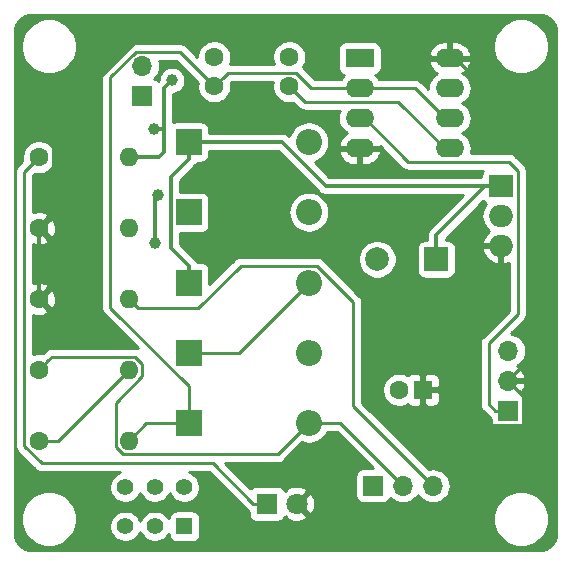
<source format=gtl>
G04 #@! TF.GenerationSoftware,KiCad,Pcbnew,(5.1.4)-1*
G04 #@! TF.CreationDate,2022-04-26T14:24:58-06:00*
G04 #@! TF.ProjectId,UselessBox V2,5573656c-6573-4734-926f-782056322e6b,2*
G04 #@! TF.SameCoordinates,Original*
G04 #@! TF.FileFunction,Copper,L1,Top*
G04 #@! TF.FilePolarity,Positive*
%FSLAX46Y46*%
G04 Gerber Fmt 4.6, Leading zero omitted, Abs format (unit mm)*
G04 Created by KiCad (PCBNEW (5.1.4)-1) date 2022-04-26 14:24:58*
%MOMM*%
%LPD*%
G04 APERTURE LIST*
%ADD10C,1.600000*%
%ADD11O,1.700000X1.700000*%
%ADD12R,1.700000X1.700000*%
%ADD13O,2.200000X2.200000*%
%ADD14R,2.200000X2.200000*%
%ADD15R,2.000000X2.000000*%
%ADD16C,2.000000*%
%ADD17R,1.600000X1.600000*%
%ADD18R,1.800000X1.800000*%
%ADD19C,1.800000*%
%ADD20O,1.600000X1.600000*%
%ADD21R,1.400000X1.400000*%
%ADD22C,1.400000*%
%ADD23R,2.000000X1.905000*%
%ADD24O,2.000000X1.905000*%
%ADD25R,2.400000X1.600000*%
%ADD26O,2.400000X1.600000*%
%ADD27C,1.000000*%
%ADD28C,0.300000*%
%ADD29C,0.250000*%
%ADD30C,0.254000*%
G04 APERTURE END LIST*
D10*
X141859000Y-84544000D03*
X141859000Y-82044000D03*
D11*
X135763000Y-82804000D03*
D12*
X135763000Y-85344000D03*
D11*
X160370677Y-118364000D03*
X157830677Y-118364000D03*
D12*
X155290677Y-118364000D03*
D13*
X149860000Y-113057000D03*
D14*
X139700000Y-113057000D03*
D13*
X149860000Y-107106250D03*
D14*
X139700000Y-107106250D03*
D13*
X149860000Y-101155500D03*
D14*
X139700000Y-101155500D03*
D13*
X149860000Y-95204750D03*
D14*
X139700000Y-95204750D03*
D13*
X149860000Y-89254000D03*
D14*
X139700000Y-89254000D03*
D15*
X160655000Y-99187000D03*
D16*
X155655000Y-99187000D03*
D17*
X159512000Y-110236000D03*
D10*
X157512000Y-110236000D03*
X148209000Y-82044000D03*
X148209000Y-84544000D03*
D18*
X146304000Y-119888000D03*
D19*
X148844000Y-119888000D03*
D12*
X166751000Y-112014000D03*
D11*
X166751000Y-109474000D03*
X166751000Y-106934000D03*
D10*
X127000000Y-90551000D03*
D20*
X134620000Y-90551000D03*
X134620000Y-96551750D03*
D10*
X127000000Y-96551750D03*
X127000000Y-102552500D03*
D20*
X134620000Y-102552500D03*
X134620000Y-108553250D03*
D10*
X127000000Y-108553250D03*
X127000000Y-114554000D03*
D20*
X134620000Y-114554000D03*
D21*
X139319000Y-121793000D03*
D22*
X136819000Y-121793000D03*
X134319000Y-121793000D03*
X139319000Y-118493000D03*
X136819000Y-118493000D03*
X134319000Y-118493000D03*
D23*
X166116000Y-92964000D03*
D24*
X166116000Y-95504000D03*
X166116000Y-98044000D03*
D25*
X154178000Y-82169000D03*
D26*
X161798000Y-89789000D03*
X154178000Y-84709000D03*
X161798000Y-87249000D03*
X154178000Y-87249000D03*
X161798000Y-84709000D03*
X154178000Y-89789000D03*
X161798000Y-82169000D03*
D27*
X138277600Y-84023200D03*
X136804400Y-97790000D03*
X136753600Y-88138000D03*
X137109200Y-93776800D03*
D28*
X139700000Y-90654000D02*
X139700000Y-89254000D01*
X138149999Y-92204001D02*
X139700000Y-90654000D01*
X138149999Y-98205499D02*
X138149999Y-92204001D01*
X139700000Y-99755500D02*
X138149999Y-98205499D01*
X139700000Y-101155500D02*
X139700000Y-99755500D01*
X166116000Y-92964000D02*
X166068500Y-92964000D01*
X151275998Y-92964000D02*
X164816000Y-92964000D01*
X147565998Y-89254000D02*
X151275998Y-92964000D01*
X139700000Y-89254000D02*
X147565998Y-89254000D01*
X160655000Y-97887000D02*
X160655000Y-99187000D01*
X160655000Y-97125000D02*
X160655000Y-97887000D01*
X164816000Y-92964000D02*
X160655000Y-97125000D01*
X166116000Y-92964000D02*
X164816000Y-92964000D01*
X134645400Y-90525600D02*
X134620000Y-90551000D01*
X137210800Y-90525600D02*
X134645400Y-90525600D01*
X136753600Y-97739200D02*
X136804400Y-97790000D01*
X137515600Y-90220800D02*
X137210800Y-90525600D01*
X137610799Y-90125601D02*
X137515600Y-90220800D01*
X138277600Y-84023200D02*
X137610799Y-84690001D01*
X137505105Y-88093601D02*
X137610799Y-88093601D01*
X137460706Y-88138000D02*
X137505105Y-88093601D01*
X136753600Y-88138000D02*
X137460706Y-88138000D01*
X137610799Y-84690001D02*
X137610799Y-88093601D01*
X137610799Y-88093601D02*
X137610799Y-90125601D01*
X136804400Y-94081600D02*
X137109200Y-93776800D01*
X136804400Y-97790000D02*
X136804400Y-94081600D01*
D29*
X153778000Y-84709000D02*
X154178000Y-84709000D01*
X161398000Y-87249000D02*
X161798000Y-87249000D01*
X158858000Y-84709000D02*
X161398000Y-87249000D01*
X154178000Y-84709000D02*
X158858000Y-84709000D01*
X136117000Y-113057000D02*
X139700000Y-113057000D01*
X134620000Y-114554000D02*
X136117000Y-113057000D01*
X141059001Y-83744001D02*
X141859000Y-84544000D01*
X135198999Y-81628999D02*
X138943999Y-81628999D01*
X133044989Y-83783009D02*
X135198999Y-81628999D01*
X133044989Y-103278901D02*
X133044989Y-83783009D01*
X139700000Y-109933912D02*
X133044989Y-103278901D01*
X139700000Y-113057000D02*
X139700000Y-109933912D01*
X142658999Y-83744001D02*
X141859000Y-84544000D01*
X142984001Y-83418999D02*
X142658999Y-83744001D01*
X148749001Y-83418999D02*
X142984001Y-83418999D01*
X150039002Y-84709000D02*
X148749001Y-83418999D01*
X154178000Y-84709000D02*
X150039002Y-84709000D01*
X138943999Y-81628999D02*
X141059001Y-83744001D01*
X149008999Y-85343999D02*
X148209000Y-84544000D01*
X149499010Y-85834010D02*
X149008999Y-85343999D01*
X157443010Y-85834010D02*
X149499010Y-85834010D01*
X161398000Y-89789000D02*
X157443010Y-85834010D01*
X161798000Y-89789000D02*
X161398000Y-89789000D01*
X145154000Y-119888000D02*
X146304000Y-119888000D01*
X141725000Y-116459000D02*
X145154000Y-119888000D01*
X127239998Y-116459000D02*
X141725000Y-116459000D01*
X125774999Y-114994001D02*
X127239998Y-116459000D01*
X125774999Y-91776001D02*
X125774999Y-114994001D01*
X127000000Y-90551000D02*
X125774999Y-91776001D01*
X160370677Y-118364000D02*
X153638676Y-111631999D01*
X135419999Y-103352499D02*
X134620000Y-102552500D01*
X140468003Y-103352499D02*
X135419999Y-103352499D01*
X144090003Y-99730499D02*
X140468003Y-103352499D01*
X150544001Y-99730499D02*
X144090003Y-99730499D01*
X153638676Y-102825174D02*
X150544001Y-99730499D01*
X153638676Y-111631999D02*
X153638676Y-102825174D01*
X128619250Y-114554000D02*
X127000000Y-114554000D01*
X134620000Y-108553250D02*
X128619250Y-114554000D01*
X152523677Y-113057000D02*
X157830677Y-118364000D01*
X149860000Y-113057000D02*
X152523677Y-113057000D01*
X127799999Y-107753251D02*
X127000000Y-108553250D01*
X128125001Y-107428249D02*
X127799999Y-107753251D01*
X135160001Y-107428249D02*
X128125001Y-107428249D01*
X135745001Y-108013249D02*
X135160001Y-107428249D01*
X135745001Y-109093251D02*
X135745001Y-108013249D01*
X133494999Y-115094001D02*
X133494999Y-111343253D01*
X133494999Y-111343253D02*
X135745001Y-109093251D01*
X134097998Y-115697000D02*
X133494999Y-115094001D01*
X147220000Y-115697000D02*
X134097998Y-115697000D01*
X149860000Y-113057000D02*
X147220000Y-115697000D01*
X143909250Y-107106250D02*
X149860000Y-101155500D01*
X139700000Y-107106250D02*
X143909250Y-107106250D01*
X165651000Y-112014000D02*
X166751000Y-112014000D01*
X165100000Y-106299000D02*
X165100000Y-111463000D01*
X165100000Y-111463000D02*
X165651000Y-112014000D01*
X154178000Y-87249000D02*
X154578000Y-87249000D01*
X154578000Y-87249000D02*
X158243010Y-90914010D01*
X158243010Y-90914010D02*
X166783512Y-90914010D01*
X166783512Y-90914010D02*
X167541010Y-91671508D01*
X167541010Y-91671508D02*
X167541010Y-103857990D01*
X167541010Y-103857990D02*
X165100000Y-106299000D01*
D28*
X166116000Y-98044000D02*
X166068500Y-98044000D01*
X159512000Y-110236000D02*
X159512000Y-109136000D01*
X166116000Y-102532000D02*
X166116000Y-98044000D01*
X159512000Y-109136000D02*
X166116000Y-102532000D01*
X127000000Y-102552500D02*
X127000000Y-96551750D01*
X160298000Y-82169000D02*
X161798000Y-82169000D01*
X158372989Y-80243989D02*
X160298000Y-82169000D01*
X135770823Y-80243989D02*
X158372989Y-80243989D01*
X128250001Y-87764811D02*
X135770823Y-80243989D01*
X128250001Y-95301749D02*
X128250001Y-87764811D01*
X127000000Y-96551750D02*
X128250001Y-95301749D01*
X162198000Y-82169000D02*
X161798000Y-82169000D01*
X169866010Y-89837010D02*
X162198000Y-82169000D01*
X169866010Y-106358990D02*
X166751000Y-109474000D01*
X169866010Y-89837010D02*
X169866010Y-106358990D01*
X167600999Y-110323999D02*
X166751000Y-109474000D01*
X168051001Y-110774001D02*
X167600999Y-110323999D01*
X168051001Y-113224001D02*
X168051001Y-110774001D01*
X167961001Y-113314001D02*
X168051001Y-113224001D01*
X161490001Y-113314001D02*
X167961001Y-113314001D01*
X159512000Y-111336000D02*
X161490001Y-113314001D01*
X159512000Y-110236000D02*
X159512000Y-111336000D01*
D30*
G36*
X169683875Y-78540234D02*
G01*
X169939622Y-78617448D01*
X170175504Y-78742869D01*
X170382530Y-78911716D01*
X170552813Y-79117554D01*
X170679879Y-79352556D01*
X170758876Y-79607756D01*
X170790000Y-79903882D01*
X170790001Y-122399675D01*
X170760766Y-122697840D01*
X170683551Y-122953588D01*
X170558131Y-123189468D01*
X170389289Y-123396489D01*
X170183446Y-123566777D01*
X169948444Y-123693843D01*
X169693240Y-123772841D01*
X169397136Y-123803962D01*
X126397319Y-123800004D01*
X126099124Y-123770766D01*
X125843376Y-123693551D01*
X125607496Y-123568131D01*
X125400475Y-123399289D01*
X125230187Y-123193446D01*
X125103121Y-122958444D01*
X125024123Y-122703240D01*
X124993000Y-122407118D01*
X124993000Y-120925071D01*
X125478623Y-120925071D01*
X125478623Y-121390929D01*
X125569507Y-121847835D01*
X125747783Y-122278232D01*
X126006600Y-122665579D01*
X126336011Y-122994990D01*
X126723358Y-123253807D01*
X127153755Y-123432083D01*
X127610661Y-123522967D01*
X128076519Y-123522967D01*
X128533425Y-123432083D01*
X128963822Y-123253807D01*
X129351169Y-122994990D01*
X129680580Y-122665579D01*
X129939397Y-122278232D01*
X130117673Y-121847835D01*
X130154734Y-121661514D01*
X132984000Y-121661514D01*
X132984000Y-121924486D01*
X133035304Y-122182405D01*
X133135939Y-122425359D01*
X133282038Y-122644013D01*
X133467987Y-122829962D01*
X133686641Y-122976061D01*
X133929595Y-123076696D01*
X134187514Y-123128000D01*
X134450486Y-123128000D01*
X134708405Y-123076696D01*
X134951359Y-122976061D01*
X135170013Y-122829962D01*
X135355962Y-122644013D01*
X135502061Y-122425359D01*
X135569000Y-122263754D01*
X135635939Y-122425359D01*
X135782038Y-122644013D01*
X135967987Y-122829962D01*
X136186641Y-122976061D01*
X136429595Y-123076696D01*
X136687514Y-123128000D01*
X136950486Y-123128000D01*
X137208405Y-123076696D01*
X137451359Y-122976061D01*
X137670013Y-122829962D01*
X137855962Y-122644013D01*
X137980928Y-122456987D01*
X137980928Y-122493000D01*
X137993188Y-122617482D01*
X138029498Y-122737180D01*
X138088463Y-122847494D01*
X138167815Y-122944185D01*
X138264506Y-123023537D01*
X138374820Y-123082502D01*
X138494518Y-123118812D01*
X138619000Y-123131072D01*
X140019000Y-123131072D01*
X140143482Y-123118812D01*
X140263180Y-123082502D01*
X140373494Y-123023537D01*
X140470185Y-122944185D01*
X140549537Y-122847494D01*
X140608502Y-122737180D01*
X140644812Y-122617482D01*
X140657072Y-122493000D01*
X140657072Y-121093000D01*
X140644812Y-120968518D01*
X140608502Y-120848820D01*
X140549537Y-120738506D01*
X140470185Y-120641815D01*
X140373494Y-120562463D01*
X140263180Y-120503498D01*
X140143482Y-120467188D01*
X140019000Y-120454928D01*
X138619000Y-120454928D01*
X138494518Y-120467188D01*
X138374820Y-120503498D01*
X138264506Y-120562463D01*
X138167815Y-120641815D01*
X138088463Y-120738506D01*
X138029498Y-120848820D01*
X137993188Y-120968518D01*
X137980928Y-121093000D01*
X137980928Y-121129013D01*
X137855962Y-120941987D01*
X137670013Y-120756038D01*
X137451359Y-120609939D01*
X137208405Y-120509304D01*
X136950486Y-120458000D01*
X136687514Y-120458000D01*
X136429595Y-120509304D01*
X136186641Y-120609939D01*
X135967987Y-120756038D01*
X135782038Y-120941987D01*
X135635939Y-121160641D01*
X135569000Y-121322246D01*
X135502061Y-121160641D01*
X135355962Y-120941987D01*
X135170013Y-120756038D01*
X134951359Y-120609939D01*
X134708405Y-120509304D01*
X134450486Y-120458000D01*
X134187514Y-120458000D01*
X133929595Y-120509304D01*
X133686641Y-120609939D01*
X133467987Y-120756038D01*
X133282038Y-120941987D01*
X133135939Y-121160641D01*
X133035304Y-121403595D01*
X132984000Y-121661514D01*
X130154734Y-121661514D01*
X130208557Y-121390929D01*
X130208557Y-120925071D01*
X130117673Y-120468165D01*
X129939397Y-120037768D01*
X129680580Y-119650421D01*
X129351169Y-119321010D01*
X128963822Y-119062193D01*
X128533425Y-118883917D01*
X128076519Y-118793033D01*
X127610661Y-118793033D01*
X127153755Y-118883917D01*
X126723358Y-119062193D01*
X126336011Y-119321010D01*
X126006600Y-119650421D01*
X125747783Y-120037768D01*
X125569507Y-120468165D01*
X125478623Y-120925071D01*
X124993000Y-120925071D01*
X124993000Y-91776001D01*
X125011323Y-91776001D01*
X125014999Y-91813323D01*
X125015000Y-114956668D01*
X125011323Y-114994001D01*
X125015000Y-115031334D01*
X125025997Y-115142987D01*
X125039044Y-115185997D01*
X125069453Y-115286247D01*
X125140025Y-115418277D01*
X125181455Y-115468759D01*
X125234999Y-115534002D01*
X125263997Y-115557800D01*
X126676203Y-116970008D01*
X126699997Y-116999001D01*
X126728990Y-117022795D01*
X126728994Y-117022799D01*
X126799683Y-117080811D01*
X126815722Y-117093974D01*
X126947751Y-117164546D01*
X127091012Y-117208003D01*
X127202665Y-117219000D01*
X127202674Y-117219000D01*
X127239997Y-117222676D01*
X127277320Y-117219000D01*
X133906187Y-117219000D01*
X133686641Y-117309939D01*
X133467987Y-117456038D01*
X133282038Y-117641987D01*
X133135939Y-117860641D01*
X133035304Y-118103595D01*
X132984000Y-118361514D01*
X132984000Y-118624486D01*
X133035304Y-118882405D01*
X133135939Y-119125359D01*
X133282038Y-119344013D01*
X133467987Y-119529962D01*
X133686641Y-119676061D01*
X133929595Y-119776696D01*
X134187514Y-119828000D01*
X134450486Y-119828000D01*
X134708405Y-119776696D01*
X134951359Y-119676061D01*
X135170013Y-119529962D01*
X135355962Y-119344013D01*
X135502061Y-119125359D01*
X135569000Y-118963754D01*
X135635939Y-119125359D01*
X135782038Y-119344013D01*
X135967987Y-119529962D01*
X136186641Y-119676061D01*
X136429595Y-119776696D01*
X136687514Y-119828000D01*
X136950486Y-119828000D01*
X137208405Y-119776696D01*
X137451359Y-119676061D01*
X137670013Y-119529962D01*
X137855962Y-119344013D01*
X138002061Y-119125359D01*
X138069000Y-118963754D01*
X138135939Y-119125359D01*
X138282038Y-119344013D01*
X138467987Y-119529962D01*
X138686641Y-119676061D01*
X138929595Y-119776696D01*
X139187514Y-119828000D01*
X139450486Y-119828000D01*
X139708405Y-119776696D01*
X139951359Y-119676061D01*
X140170013Y-119529962D01*
X140355962Y-119344013D01*
X140502061Y-119125359D01*
X140602696Y-118882405D01*
X140654000Y-118624486D01*
X140654000Y-118361514D01*
X140602696Y-118103595D01*
X140502061Y-117860641D01*
X140355962Y-117641987D01*
X140170013Y-117456038D01*
X139951359Y-117309939D01*
X139731813Y-117219000D01*
X141410199Y-117219000D01*
X144590201Y-120399003D01*
X144613999Y-120428001D01*
X144729724Y-120522974D01*
X144765928Y-120542326D01*
X144765928Y-120788000D01*
X144778188Y-120912482D01*
X144814498Y-121032180D01*
X144873463Y-121142494D01*
X144952815Y-121239185D01*
X145049506Y-121318537D01*
X145159820Y-121377502D01*
X145279518Y-121413812D01*
X145404000Y-121426072D01*
X147204000Y-121426072D01*
X147328482Y-121413812D01*
X147448180Y-121377502D01*
X147558494Y-121318537D01*
X147655185Y-121239185D01*
X147734537Y-121142494D01*
X147793502Y-121032180D01*
X147796813Y-121021265D01*
X147843578Y-121068030D01*
X147959526Y-120952082D01*
X148043208Y-121206261D01*
X148315775Y-121337158D01*
X148608642Y-121412365D01*
X148910553Y-121428991D01*
X149209907Y-121386397D01*
X149495199Y-121286222D01*
X149644792Y-121206261D01*
X149728475Y-120952080D01*
X149701466Y-120925071D01*
X165478623Y-120925071D01*
X165478623Y-121390929D01*
X165569507Y-121847835D01*
X165747783Y-122278232D01*
X166006600Y-122665579D01*
X166336011Y-122994990D01*
X166723358Y-123253807D01*
X167153755Y-123432083D01*
X167610661Y-123522967D01*
X168076519Y-123522967D01*
X168533425Y-123432083D01*
X168963822Y-123253807D01*
X169351169Y-122994990D01*
X169680580Y-122665579D01*
X169939397Y-122278232D01*
X170117673Y-121847835D01*
X170208557Y-121390929D01*
X170208557Y-120925071D01*
X170117673Y-120468165D01*
X169939397Y-120037768D01*
X169680580Y-119650421D01*
X169351169Y-119321010D01*
X168963822Y-119062193D01*
X168533425Y-118883917D01*
X168076519Y-118793033D01*
X167610661Y-118793033D01*
X167153755Y-118883917D01*
X166723358Y-119062193D01*
X166336011Y-119321010D01*
X166006600Y-119650421D01*
X165747783Y-120037768D01*
X165569507Y-120468165D01*
X165478623Y-120925071D01*
X149701466Y-120925071D01*
X148844000Y-120067605D01*
X148829858Y-120081748D01*
X148650253Y-119902143D01*
X148664395Y-119888000D01*
X149023605Y-119888000D01*
X149908080Y-120772475D01*
X150162261Y-120688792D01*
X150293158Y-120416225D01*
X150368365Y-120123358D01*
X150384991Y-119821447D01*
X150342397Y-119522093D01*
X150242222Y-119236801D01*
X150162261Y-119087208D01*
X149908080Y-119003525D01*
X149023605Y-119888000D01*
X148664395Y-119888000D01*
X148650253Y-119873858D01*
X148829858Y-119694253D01*
X148844000Y-119708395D01*
X149728475Y-118823920D01*
X149644792Y-118569739D01*
X149372225Y-118438842D01*
X149079358Y-118363635D01*
X148777447Y-118347009D01*
X148478093Y-118389603D01*
X148192801Y-118489778D01*
X148043208Y-118569739D01*
X147959526Y-118823918D01*
X147843578Y-118707970D01*
X147796813Y-118754735D01*
X147793502Y-118743820D01*
X147734537Y-118633506D01*
X147655185Y-118536815D01*
X147558494Y-118457463D01*
X147448180Y-118398498D01*
X147328482Y-118362188D01*
X147204000Y-118349928D01*
X145404000Y-118349928D01*
X145279518Y-118362188D01*
X145159820Y-118398498D01*
X145049506Y-118457463D01*
X144952815Y-118536815D01*
X144918919Y-118578117D01*
X142797801Y-116457000D01*
X147182678Y-116457000D01*
X147220000Y-116460676D01*
X147257322Y-116457000D01*
X147257333Y-116457000D01*
X147368986Y-116446003D01*
X147512247Y-116402546D01*
X147644276Y-116331974D01*
X147760001Y-116237001D01*
X147783804Y-116207997D01*
X149293560Y-114698241D01*
X149519881Y-114766895D01*
X149774775Y-114792000D01*
X149945225Y-114792000D01*
X150200119Y-114766895D01*
X150527168Y-114667686D01*
X150828578Y-114506579D01*
X151092766Y-114289766D01*
X151309579Y-114025578D01*
X151421066Y-113817000D01*
X152208876Y-113817000D01*
X155267803Y-116875928D01*
X154440677Y-116875928D01*
X154316195Y-116888188D01*
X154196497Y-116924498D01*
X154086183Y-116983463D01*
X153989492Y-117062815D01*
X153910140Y-117159506D01*
X153851175Y-117269820D01*
X153814865Y-117389518D01*
X153802605Y-117514000D01*
X153802605Y-119214000D01*
X153814865Y-119338482D01*
X153851175Y-119458180D01*
X153910140Y-119568494D01*
X153989492Y-119665185D01*
X154086183Y-119744537D01*
X154196497Y-119803502D01*
X154316195Y-119839812D01*
X154440677Y-119852072D01*
X156140677Y-119852072D01*
X156265159Y-119839812D01*
X156384857Y-119803502D01*
X156495171Y-119744537D01*
X156591862Y-119665185D01*
X156671214Y-119568494D01*
X156730179Y-119458180D01*
X156751070Y-119389313D01*
X156775543Y-119419134D01*
X157001663Y-119604706D01*
X157259643Y-119742599D01*
X157539566Y-119827513D01*
X157757727Y-119849000D01*
X157903627Y-119849000D01*
X158121788Y-119827513D01*
X158401711Y-119742599D01*
X158659691Y-119604706D01*
X158885811Y-119419134D01*
X159071383Y-119193014D01*
X159100677Y-119138209D01*
X159129971Y-119193014D01*
X159315543Y-119419134D01*
X159541663Y-119604706D01*
X159799643Y-119742599D01*
X160079566Y-119827513D01*
X160297727Y-119849000D01*
X160443627Y-119849000D01*
X160661788Y-119827513D01*
X160941711Y-119742599D01*
X161199691Y-119604706D01*
X161425811Y-119419134D01*
X161611383Y-119193014D01*
X161749276Y-118935034D01*
X161834190Y-118655111D01*
X161862862Y-118364000D01*
X161834190Y-118072889D01*
X161749276Y-117792966D01*
X161611383Y-117534986D01*
X161425811Y-117308866D01*
X161199691Y-117123294D01*
X160941711Y-116985401D01*
X160661788Y-116900487D01*
X160443627Y-116879000D01*
X160297727Y-116879000D01*
X160079566Y-116900487D01*
X160004682Y-116923203D01*
X154398676Y-111317198D01*
X154398676Y-110094665D01*
X156077000Y-110094665D01*
X156077000Y-110377335D01*
X156132147Y-110654574D01*
X156240320Y-110915727D01*
X156397363Y-111150759D01*
X156597241Y-111350637D01*
X156832273Y-111507680D01*
X157093426Y-111615853D01*
X157370665Y-111671000D01*
X157653335Y-111671000D01*
X157930574Y-111615853D01*
X158191727Y-111507680D01*
X158247210Y-111470607D01*
X158260815Y-111487185D01*
X158357506Y-111566537D01*
X158467820Y-111625502D01*
X158587518Y-111661812D01*
X158712000Y-111674072D01*
X159226250Y-111671000D01*
X159385000Y-111512250D01*
X159385000Y-110363000D01*
X159639000Y-110363000D01*
X159639000Y-111512250D01*
X159797750Y-111671000D01*
X160312000Y-111674072D01*
X160436482Y-111661812D01*
X160556180Y-111625502D01*
X160666494Y-111566537D01*
X160763185Y-111487185D01*
X160842537Y-111390494D01*
X160901502Y-111280180D01*
X160937812Y-111160482D01*
X160950072Y-111036000D01*
X160947000Y-110521750D01*
X160788250Y-110363000D01*
X159639000Y-110363000D01*
X159385000Y-110363000D01*
X159365000Y-110363000D01*
X159365000Y-110109000D01*
X159385000Y-110109000D01*
X159385000Y-108959750D01*
X159639000Y-108959750D01*
X159639000Y-110109000D01*
X160788250Y-110109000D01*
X160947000Y-109950250D01*
X160950072Y-109436000D01*
X160937812Y-109311518D01*
X160901502Y-109191820D01*
X160842537Y-109081506D01*
X160763185Y-108984815D01*
X160666494Y-108905463D01*
X160556180Y-108846498D01*
X160436482Y-108810188D01*
X160312000Y-108797928D01*
X159797750Y-108801000D01*
X159639000Y-108959750D01*
X159385000Y-108959750D01*
X159226250Y-108801000D01*
X158712000Y-108797928D01*
X158587518Y-108810188D01*
X158467820Y-108846498D01*
X158357506Y-108905463D01*
X158260815Y-108984815D01*
X158247210Y-109001393D01*
X158191727Y-108964320D01*
X157930574Y-108856147D01*
X157653335Y-108801000D01*
X157370665Y-108801000D01*
X157093426Y-108856147D01*
X156832273Y-108964320D01*
X156597241Y-109121363D01*
X156397363Y-109321241D01*
X156240320Y-109556273D01*
X156132147Y-109817426D01*
X156077000Y-110094665D01*
X154398676Y-110094665D01*
X154398676Y-102862496D01*
X154402352Y-102825173D01*
X154398676Y-102787850D01*
X154398676Y-102787841D01*
X154387679Y-102676188D01*
X154344222Y-102532927D01*
X154273650Y-102400898D01*
X154178677Y-102285173D01*
X154149679Y-102261375D01*
X151107805Y-99219502D01*
X151084002Y-99190498D01*
X150968277Y-99095525D01*
X150838146Y-99025967D01*
X154020000Y-99025967D01*
X154020000Y-99348033D01*
X154082832Y-99663912D01*
X154206082Y-99961463D01*
X154385013Y-100229252D01*
X154612748Y-100456987D01*
X154880537Y-100635918D01*
X155178088Y-100759168D01*
X155493967Y-100822000D01*
X155816033Y-100822000D01*
X156131912Y-100759168D01*
X156429463Y-100635918D01*
X156697252Y-100456987D01*
X156924987Y-100229252D01*
X157103918Y-99961463D01*
X157227168Y-99663912D01*
X157290000Y-99348033D01*
X157290000Y-99025967D01*
X157227168Y-98710088D01*
X157103918Y-98412537D01*
X156924987Y-98144748D01*
X156697252Y-97917013D01*
X156429463Y-97738082D01*
X156131912Y-97614832D01*
X155816033Y-97552000D01*
X155493967Y-97552000D01*
X155178088Y-97614832D01*
X154880537Y-97738082D01*
X154612748Y-97917013D01*
X154385013Y-98144748D01*
X154206082Y-98412537D01*
X154082832Y-98710088D01*
X154020000Y-99025967D01*
X150838146Y-99025967D01*
X150836248Y-99024953D01*
X150692987Y-98981496D01*
X150581334Y-98970499D01*
X150581323Y-98970499D01*
X150544001Y-98966823D01*
X150506679Y-98970499D01*
X144127336Y-98970499D01*
X144090003Y-98966822D01*
X144052670Y-98970499D01*
X143941017Y-98981496D01*
X143797756Y-99024953D01*
X143665727Y-99095525D01*
X143550002Y-99190498D01*
X143526204Y-99219496D01*
X141438072Y-101307629D01*
X141438072Y-100055500D01*
X141425812Y-99931018D01*
X141389502Y-99811320D01*
X141330537Y-99701006D01*
X141251185Y-99604315D01*
X141154494Y-99524963D01*
X141044180Y-99465998D01*
X140924482Y-99429688D01*
X140800000Y-99417428D01*
X140409399Y-99417428D01*
X140355862Y-99317267D01*
X140257764Y-99197736D01*
X140227816Y-99173158D01*
X138934999Y-97880342D01*
X138934999Y-96942822D01*
X140800000Y-96942822D01*
X140924482Y-96930562D01*
X141044180Y-96894252D01*
X141154494Y-96835287D01*
X141251185Y-96755935D01*
X141330537Y-96659244D01*
X141389502Y-96548930D01*
X141425812Y-96429232D01*
X141438072Y-96304750D01*
X141438072Y-95204750D01*
X148116606Y-95204750D01*
X148150105Y-95544869D01*
X148249314Y-95871918D01*
X148410421Y-96173328D01*
X148627234Y-96437516D01*
X148891422Y-96654329D01*
X149192832Y-96815436D01*
X149519881Y-96914645D01*
X149774775Y-96939750D01*
X149945225Y-96939750D01*
X150200119Y-96914645D01*
X150527168Y-96815436D01*
X150828578Y-96654329D01*
X151092766Y-96437516D01*
X151309579Y-96173328D01*
X151470686Y-95871918D01*
X151569895Y-95544869D01*
X151603394Y-95204750D01*
X151569895Y-94864631D01*
X151470686Y-94537582D01*
X151309579Y-94236172D01*
X151092766Y-93971984D01*
X150828578Y-93755171D01*
X150527168Y-93594064D01*
X150200119Y-93494855D01*
X149945225Y-93469750D01*
X149774775Y-93469750D01*
X149519881Y-93494855D01*
X149192832Y-93594064D01*
X148891422Y-93755171D01*
X148627234Y-93971984D01*
X148410421Y-94236172D01*
X148249314Y-94537582D01*
X148150105Y-94864631D01*
X148116606Y-95204750D01*
X141438072Y-95204750D01*
X141438072Y-94104750D01*
X141425812Y-93980268D01*
X141389502Y-93860570D01*
X141330537Y-93750256D01*
X141251185Y-93653565D01*
X141154494Y-93574213D01*
X141044180Y-93515248D01*
X140924482Y-93478938D01*
X140800000Y-93466678D01*
X138934999Y-93466678D01*
X138934999Y-92529158D01*
X140227817Y-91236341D01*
X140257764Y-91211764D01*
X140282634Y-91181461D01*
X140315817Y-91141027D01*
X140355862Y-91092233D01*
X140409399Y-90992072D01*
X140800000Y-90992072D01*
X140924482Y-90979812D01*
X141044180Y-90943502D01*
X141154494Y-90884537D01*
X141251185Y-90805185D01*
X141330537Y-90708494D01*
X141389502Y-90598180D01*
X141425812Y-90478482D01*
X141438072Y-90354000D01*
X141438072Y-90039000D01*
X147240841Y-90039000D01*
X150693656Y-93491816D01*
X150718234Y-93521764D01*
X150748182Y-93546342D01*
X150748185Y-93546345D01*
X150777557Y-93570450D01*
X150837765Y-93619862D01*
X150974138Y-93692754D01*
X151087670Y-93727194D01*
X151122110Y-93737641D01*
X151136488Y-93739057D01*
X151237437Y-93749000D01*
X151237444Y-93749000D01*
X151275997Y-93752797D01*
X151314550Y-93749000D01*
X162920843Y-93749000D01*
X160127190Y-96542653D01*
X160097236Y-96567236D01*
X159999138Y-96686768D01*
X159926246Y-96823141D01*
X159881359Y-96971114D01*
X159870000Y-97086440D01*
X159870000Y-97086447D01*
X159866203Y-97125000D01*
X159870000Y-97163553D01*
X159870000Y-97548928D01*
X159655000Y-97548928D01*
X159530518Y-97561188D01*
X159410820Y-97597498D01*
X159300506Y-97656463D01*
X159203815Y-97735815D01*
X159124463Y-97832506D01*
X159065498Y-97942820D01*
X159029188Y-98062518D01*
X159016928Y-98187000D01*
X159016928Y-100187000D01*
X159029188Y-100311482D01*
X159065498Y-100431180D01*
X159124463Y-100541494D01*
X159203815Y-100638185D01*
X159300506Y-100717537D01*
X159410820Y-100776502D01*
X159530518Y-100812812D01*
X159655000Y-100825072D01*
X161655000Y-100825072D01*
X161779482Y-100812812D01*
X161899180Y-100776502D01*
X162009494Y-100717537D01*
X162106185Y-100638185D01*
X162185537Y-100541494D01*
X162244502Y-100431180D01*
X162280812Y-100311482D01*
X162293072Y-100187000D01*
X162293072Y-98416980D01*
X164525437Y-98416980D01*
X164596429Y-98635094D01*
X164740031Y-98910923D01*
X164934685Y-99153437D01*
X165172911Y-99353316D01*
X165445554Y-99502879D01*
X165742137Y-99596378D01*
X165989000Y-99469570D01*
X165989000Y-98171000D01*
X164645406Y-98171000D01*
X164525437Y-98416980D01*
X162293072Y-98416980D01*
X162293072Y-98187000D01*
X162280812Y-98062518D01*
X162244502Y-97942820D01*
X162185537Y-97832506D01*
X162106185Y-97735815D01*
X162009494Y-97656463D01*
X161899180Y-97597498D01*
X161779482Y-97561188D01*
X161655000Y-97548928D01*
X161440000Y-97548928D01*
X161440000Y-97450157D01*
X164600653Y-94289504D01*
X164664815Y-94367685D01*
X164761506Y-94447037D01*
X164845446Y-94491905D01*
X164742155Y-94617765D01*
X164594745Y-94893551D01*
X164503970Y-95192796D01*
X164473319Y-95504000D01*
X164503970Y-95815204D01*
X164594745Y-96114449D01*
X164742155Y-96390235D01*
X164940537Y-96631963D01*
X165119899Y-96779163D01*
X164934685Y-96934563D01*
X164740031Y-97177077D01*
X164596429Y-97452906D01*
X164525437Y-97671020D01*
X164645406Y-97917000D01*
X165989000Y-97917000D01*
X165989000Y-97897000D01*
X166243000Y-97897000D01*
X166243000Y-97917000D01*
X166263000Y-97917000D01*
X166263000Y-98171000D01*
X166243000Y-98171000D01*
X166243000Y-99469570D01*
X166489863Y-99596378D01*
X166781011Y-99504593D01*
X166781011Y-103543186D01*
X164589003Y-105735196D01*
X164559999Y-105758999D01*
X164504871Y-105826174D01*
X164465026Y-105874724D01*
X164461261Y-105881768D01*
X164394454Y-106006754D01*
X164350997Y-106150015D01*
X164340000Y-106261668D01*
X164340000Y-106261678D01*
X164336324Y-106299000D01*
X164340000Y-106336323D01*
X164340001Y-111425668D01*
X164336324Y-111463000D01*
X164340001Y-111500333D01*
X164350998Y-111611986D01*
X164364180Y-111655442D01*
X164394454Y-111755246D01*
X164465026Y-111887276D01*
X164495367Y-111924246D01*
X164560000Y-112003001D01*
X164588998Y-112026799D01*
X165087200Y-112525002D01*
X165110999Y-112554001D01*
X165226724Y-112648974D01*
X165262928Y-112668326D01*
X165262928Y-112864000D01*
X165275188Y-112988482D01*
X165311498Y-113108180D01*
X165370463Y-113218494D01*
X165449815Y-113315185D01*
X165546506Y-113394537D01*
X165656820Y-113453502D01*
X165776518Y-113489812D01*
X165901000Y-113502072D01*
X167601000Y-113502072D01*
X167725482Y-113489812D01*
X167845180Y-113453502D01*
X167955494Y-113394537D01*
X168052185Y-113315185D01*
X168131537Y-113218494D01*
X168190502Y-113108180D01*
X168226812Y-112988482D01*
X168239072Y-112864000D01*
X168239072Y-111164000D01*
X168226812Y-111039518D01*
X168190502Y-110919820D01*
X168131537Y-110809506D01*
X168052185Y-110712815D01*
X167955494Y-110633463D01*
X167845180Y-110574498D01*
X167764534Y-110550034D01*
X167848588Y-110474269D01*
X168022641Y-110240920D01*
X168147825Y-109978099D01*
X168192476Y-109830890D01*
X168071155Y-109601000D01*
X166878000Y-109601000D01*
X166878000Y-109621000D01*
X166624000Y-109621000D01*
X166624000Y-109601000D01*
X166604000Y-109601000D01*
X166604000Y-109347000D01*
X166624000Y-109347000D01*
X166624000Y-109327000D01*
X166878000Y-109327000D01*
X166878000Y-109347000D01*
X168071155Y-109347000D01*
X168192476Y-109117110D01*
X168147825Y-108969901D01*
X168022641Y-108707080D01*
X167848588Y-108473731D01*
X167632355Y-108278822D01*
X167515477Y-108209201D01*
X167580014Y-108174706D01*
X167806134Y-107989134D01*
X167991706Y-107763014D01*
X168129599Y-107505034D01*
X168214513Y-107225111D01*
X168243185Y-106934000D01*
X168214513Y-106642889D01*
X168129599Y-106362966D01*
X167991706Y-106104986D01*
X167806134Y-105878866D01*
X167580014Y-105693294D01*
X167322034Y-105555401D01*
X167042111Y-105470487D01*
X167006794Y-105467009D01*
X168052018Y-104421785D01*
X168081011Y-104397991D01*
X168104805Y-104368998D01*
X168104809Y-104368994D01*
X168175983Y-104282267D01*
X168175984Y-104282266D01*
X168246556Y-104150237D01*
X168290013Y-104006976D01*
X168301010Y-103895323D01*
X168301010Y-103895314D01*
X168304686Y-103857991D01*
X168301010Y-103820668D01*
X168301010Y-91708831D01*
X168304686Y-91671508D01*
X168301010Y-91634185D01*
X168301010Y-91634175D01*
X168290013Y-91522522D01*
X168246556Y-91379261D01*
X168243438Y-91373428D01*
X168175984Y-91247231D01*
X168104809Y-91160505D01*
X168081011Y-91131507D01*
X168052014Y-91107710D01*
X167347315Y-90403012D01*
X167323513Y-90374009D01*
X167207788Y-90279036D01*
X167075759Y-90208464D01*
X166932498Y-90165007D01*
X166820845Y-90154010D01*
X166820834Y-90154010D01*
X166783512Y-90150334D01*
X166746190Y-90154010D01*
X163586846Y-90154010D01*
X163612236Y-90070309D01*
X163639943Y-89789000D01*
X163612236Y-89507691D01*
X163530182Y-89237192D01*
X163396932Y-88987899D01*
X163217608Y-88769392D01*
X162999101Y-88590068D01*
X162866142Y-88519000D01*
X162999101Y-88447932D01*
X163217608Y-88268608D01*
X163396932Y-88050101D01*
X163530182Y-87800808D01*
X163612236Y-87530309D01*
X163639943Y-87249000D01*
X163612236Y-86967691D01*
X163530182Y-86697192D01*
X163396932Y-86447899D01*
X163217608Y-86229392D01*
X162999101Y-86050068D01*
X162866142Y-85979000D01*
X162999101Y-85907932D01*
X163217608Y-85728608D01*
X163396932Y-85510101D01*
X163530182Y-85260808D01*
X163612236Y-84990309D01*
X163639943Y-84709000D01*
X163612236Y-84427691D01*
X163530182Y-84157192D01*
X163396932Y-83907899D01*
X163217608Y-83689392D01*
X162999101Y-83510068D01*
X162871259Y-83441735D01*
X163100839Y-83291601D01*
X163302500Y-83093895D01*
X163461715Y-82860646D01*
X163572367Y-82600818D01*
X163589904Y-82518039D01*
X163467915Y-82296000D01*
X161925000Y-82296000D01*
X161925000Y-82316000D01*
X161671000Y-82316000D01*
X161671000Y-82296000D01*
X160128085Y-82296000D01*
X160006096Y-82518039D01*
X160023633Y-82600818D01*
X160134285Y-82860646D01*
X160293500Y-83093895D01*
X160495161Y-83291601D01*
X160724741Y-83441735D01*
X160596899Y-83510068D01*
X160378392Y-83689392D01*
X160199068Y-83907899D01*
X160065818Y-84157192D01*
X159983764Y-84427691D01*
X159956057Y-84709000D01*
X159958598Y-84734796D01*
X159421804Y-84198003D01*
X159398001Y-84168999D01*
X159282276Y-84074026D01*
X159150247Y-84003454D01*
X159006986Y-83959997D01*
X158895333Y-83949000D01*
X158895322Y-83949000D01*
X158858000Y-83945324D01*
X158820678Y-83949000D01*
X155798901Y-83949000D01*
X155776932Y-83907899D01*
X155597608Y-83689392D01*
X155484518Y-83596581D01*
X155502482Y-83594812D01*
X155622180Y-83558502D01*
X155732494Y-83499537D01*
X155829185Y-83420185D01*
X155908537Y-83323494D01*
X155967502Y-83213180D01*
X156003812Y-83093482D01*
X156016072Y-82969000D01*
X156016072Y-81819961D01*
X160006096Y-81819961D01*
X160128085Y-82042000D01*
X161671000Y-82042000D01*
X161671000Y-80734000D01*
X161925000Y-80734000D01*
X161925000Y-82042000D01*
X163467915Y-82042000D01*
X163589904Y-81819961D01*
X163572367Y-81737182D01*
X163461715Y-81477354D01*
X163302500Y-81244105D01*
X163100839Y-81046399D01*
X162915308Y-80925071D01*
X165478623Y-80925071D01*
X165478623Y-81390929D01*
X165569507Y-81847835D01*
X165747783Y-82278232D01*
X166006600Y-82665579D01*
X166336011Y-82994990D01*
X166723358Y-83253807D01*
X167153755Y-83432083D01*
X167610661Y-83522967D01*
X168076519Y-83522967D01*
X168533425Y-83432083D01*
X168963822Y-83253807D01*
X169351169Y-82994990D01*
X169680580Y-82665579D01*
X169939397Y-82278232D01*
X170117673Y-81847835D01*
X170208557Y-81390929D01*
X170208557Y-80925071D01*
X170117673Y-80468165D01*
X169939397Y-80037768D01*
X169680580Y-79650421D01*
X169351169Y-79321010D01*
X168963822Y-79062193D01*
X168533425Y-78883917D01*
X168076519Y-78793033D01*
X167610661Y-78793033D01*
X167153755Y-78883917D01*
X166723358Y-79062193D01*
X166336011Y-79321010D01*
X166006600Y-79650421D01*
X165747783Y-80037768D01*
X165569507Y-80468165D01*
X165478623Y-80925071D01*
X162915308Y-80925071D01*
X162864483Y-80891834D01*
X162602514Y-80786350D01*
X162325000Y-80734000D01*
X161925000Y-80734000D01*
X161671000Y-80734000D01*
X161271000Y-80734000D01*
X160993486Y-80786350D01*
X160731517Y-80891834D01*
X160495161Y-81046399D01*
X160293500Y-81244105D01*
X160134285Y-81477354D01*
X160023633Y-81737182D01*
X160006096Y-81819961D01*
X156016072Y-81819961D01*
X156016072Y-81369000D01*
X156003812Y-81244518D01*
X155967502Y-81124820D01*
X155908537Y-81014506D01*
X155829185Y-80917815D01*
X155732494Y-80838463D01*
X155622180Y-80779498D01*
X155502482Y-80743188D01*
X155378000Y-80730928D01*
X152978000Y-80730928D01*
X152853518Y-80743188D01*
X152733820Y-80779498D01*
X152623506Y-80838463D01*
X152526815Y-80917815D01*
X152447463Y-81014506D01*
X152388498Y-81124820D01*
X152352188Y-81244518D01*
X152339928Y-81369000D01*
X152339928Y-82969000D01*
X152352188Y-83093482D01*
X152388498Y-83213180D01*
X152447463Y-83323494D01*
X152526815Y-83420185D01*
X152623506Y-83499537D01*
X152733820Y-83558502D01*
X152853518Y-83594812D01*
X152871482Y-83596581D01*
X152758392Y-83689392D01*
X152579068Y-83907899D01*
X152557099Y-83949000D01*
X150353804Y-83949000D01*
X149339629Y-82934826D01*
X149480680Y-82723727D01*
X149588853Y-82462574D01*
X149644000Y-82185335D01*
X149644000Y-81902665D01*
X149588853Y-81625426D01*
X149480680Y-81364273D01*
X149323637Y-81129241D01*
X149123759Y-80929363D01*
X148888727Y-80772320D01*
X148627574Y-80664147D01*
X148350335Y-80609000D01*
X148067665Y-80609000D01*
X147790426Y-80664147D01*
X147529273Y-80772320D01*
X147294241Y-80929363D01*
X147094363Y-81129241D01*
X146937320Y-81364273D01*
X146829147Y-81625426D01*
X146774000Y-81902665D01*
X146774000Y-82185335D01*
X146829147Y-82462574D01*
X146910509Y-82658999D01*
X143157491Y-82658999D01*
X143238853Y-82462574D01*
X143294000Y-82185335D01*
X143294000Y-81902665D01*
X143238853Y-81625426D01*
X143130680Y-81364273D01*
X142973637Y-81129241D01*
X142773759Y-80929363D01*
X142538727Y-80772320D01*
X142277574Y-80664147D01*
X142000335Y-80609000D01*
X141717665Y-80609000D01*
X141440426Y-80664147D01*
X141179273Y-80772320D01*
X140944241Y-80929363D01*
X140744363Y-81129241D01*
X140587320Y-81364273D01*
X140479147Y-81625426D01*
X140424000Y-81902665D01*
X140424000Y-82034199D01*
X139507803Y-81118002D01*
X139484000Y-81088998D01*
X139368275Y-80994025D01*
X139236246Y-80923453D01*
X139092985Y-80879996D01*
X138981332Y-80868999D01*
X138981321Y-80868999D01*
X138943999Y-80865323D01*
X138906677Y-80868999D01*
X135236321Y-80868999D01*
X135198998Y-80865323D01*
X135161675Y-80868999D01*
X135161666Y-80868999D01*
X135050013Y-80879996D01*
X134906752Y-80923453D01*
X134774722Y-80994025D01*
X134710905Y-81046399D01*
X134658998Y-81088998D01*
X134635200Y-81117996D01*
X132533987Y-83219210D01*
X132504989Y-83243008D01*
X132481191Y-83272006D01*
X132481190Y-83272007D01*
X132410015Y-83358733D01*
X132339443Y-83490763D01*
X132295987Y-83634024D01*
X132281313Y-83783009D01*
X132284990Y-83820342D01*
X132284989Y-103241579D01*
X132281313Y-103278901D01*
X132284989Y-103316223D01*
X132284989Y-103316233D01*
X132295986Y-103427886D01*
X132318312Y-103501485D01*
X132339443Y-103571147D01*
X132410015Y-103703177D01*
X132449617Y-103751432D01*
X132504988Y-103818902D01*
X132533992Y-103842705D01*
X135397331Y-106706044D01*
X135308987Y-106679246D01*
X135197334Y-106668249D01*
X135197323Y-106668249D01*
X135160001Y-106664573D01*
X135122679Y-106668249D01*
X128162323Y-106668249D01*
X128125000Y-106664573D01*
X128087677Y-106668249D01*
X128087668Y-106668249D01*
X127976015Y-106679246D01*
X127832754Y-106722703D01*
X127700725Y-106793275D01*
X127585000Y-106888248D01*
X127561197Y-106917252D01*
X127323887Y-107154562D01*
X127141335Y-107118250D01*
X126858665Y-107118250D01*
X126581426Y-107173397D01*
X126534999Y-107192628D01*
X126534999Y-103915336D01*
X126788184Y-103978800D01*
X127070512Y-103992717D01*
X127350130Y-103951287D01*
X127616292Y-103856103D01*
X127741514Y-103789171D01*
X127813097Y-103545202D01*
X127000000Y-102732105D01*
X126985858Y-102746248D01*
X126806253Y-102566643D01*
X126820395Y-102552500D01*
X127179605Y-102552500D01*
X127992702Y-103365597D01*
X128236671Y-103294014D01*
X128357571Y-103038504D01*
X128426300Y-102764316D01*
X128440217Y-102481988D01*
X128398787Y-102202370D01*
X128303603Y-101936208D01*
X128236671Y-101810986D01*
X127992702Y-101739403D01*
X127179605Y-102552500D01*
X126820395Y-102552500D01*
X126806253Y-102538358D01*
X126985858Y-102358753D01*
X127000000Y-102372895D01*
X127813097Y-101559798D01*
X127741514Y-101315829D01*
X127486004Y-101194929D01*
X127211816Y-101126200D01*
X126929488Y-101112283D01*
X126649870Y-101153713D01*
X126534999Y-101194793D01*
X126534999Y-97914586D01*
X126788184Y-97978050D01*
X127070512Y-97991967D01*
X127350130Y-97950537D01*
X127616292Y-97855353D01*
X127741514Y-97788421D01*
X127813097Y-97544452D01*
X127000000Y-96731355D01*
X126985858Y-96745498D01*
X126806253Y-96565893D01*
X126820395Y-96551750D01*
X127179605Y-96551750D01*
X127992702Y-97364847D01*
X128236671Y-97293264D01*
X128357571Y-97037754D01*
X128426300Y-96763566D01*
X128440217Y-96481238D01*
X128398787Y-96201620D01*
X128303603Y-95935458D01*
X128236671Y-95810236D01*
X127992702Y-95738653D01*
X127179605Y-96551750D01*
X126820395Y-96551750D01*
X126806253Y-96537608D01*
X126985858Y-96358003D01*
X127000000Y-96372145D01*
X127813097Y-95559048D01*
X127741514Y-95315079D01*
X127486004Y-95194179D01*
X127211816Y-95125450D01*
X126929488Y-95111533D01*
X126649870Y-95152963D01*
X126534999Y-95194043D01*
X126534999Y-92090802D01*
X126676114Y-91949688D01*
X126858665Y-91986000D01*
X127141335Y-91986000D01*
X127418574Y-91930853D01*
X127679727Y-91822680D01*
X127914759Y-91665637D01*
X128114637Y-91465759D01*
X128271680Y-91230727D01*
X128379853Y-90969574D01*
X128435000Y-90692335D01*
X128435000Y-90409665D01*
X128379853Y-90132426D01*
X128271680Y-89871273D01*
X128114637Y-89636241D01*
X127914759Y-89436363D01*
X127679727Y-89279320D01*
X127418574Y-89171147D01*
X127141335Y-89116000D01*
X126858665Y-89116000D01*
X126581426Y-89171147D01*
X126320273Y-89279320D01*
X126085241Y-89436363D01*
X125885363Y-89636241D01*
X125728320Y-89871273D01*
X125620147Y-90132426D01*
X125565000Y-90409665D01*
X125565000Y-90692335D01*
X125601312Y-90874886D01*
X125264002Y-91212197D01*
X125234998Y-91236000D01*
X125183098Y-91299241D01*
X125140025Y-91351725D01*
X125091345Y-91442798D01*
X125069453Y-91483755D01*
X125025996Y-91627016D01*
X125014999Y-91738669D01*
X125014999Y-91738679D01*
X125011323Y-91776001D01*
X124993000Y-91776001D01*
X124993000Y-80925071D01*
X125478623Y-80925071D01*
X125478623Y-81390929D01*
X125569507Y-81847835D01*
X125747783Y-82278232D01*
X126006600Y-82665579D01*
X126336011Y-82994990D01*
X126723358Y-83253807D01*
X127153755Y-83432083D01*
X127610661Y-83522967D01*
X128076519Y-83522967D01*
X128533425Y-83432083D01*
X128963822Y-83253807D01*
X129351169Y-82994990D01*
X129680580Y-82665579D01*
X129939397Y-82278232D01*
X130117673Y-81847835D01*
X130208557Y-81390929D01*
X130208557Y-80925071D01*
X130117673Y-80468165D01*
X129939397Y-80037768D01*
X129680580Y-79650421D01*
X129351169Y-79321010D01*
X128963822Y-79062193D01*
X128533425Y-78883917D01*
X128076519Y-78793033D01*
X127610661Y-78793033D01*
X127153755Y-78883917D01*
X126723358Y-79062193D01*
X126336011Y-79321010D01*
X126006600Y-79650421D01*
X125747783Y-80037768D01*
X125569507Y-80468165D01*
X125478623Y-80925071D01*
X124993000Y-80925071D01*
X124993000Y-79915279D01*
X125022234Y-79617125D01*
X125099448Y-79361378D01*
X125224869Y-79125496D01*
X125393716Y-78918470D01*
X125599554Y-78748187D01*
X125834556Y-78621121D01*
X126089756Y-78542124D01*
X126385882Y-78511000D01*
X169385721Y-78511000D01*
X169683875Y-78540234D01*
X169683875Y-78540234D01*
G37*
X169683875Y-78540234D02*
X169939622Y-78617448D01*
X170175504Y-78742869D01*
X170382530Y-78911716D01*
X170552813Y-79117554D01*
X170679879Y-79352556D01*
X170758876Y-79607756D01*
X170790000Y-79903882D01*
X170790001Y-122399675D01*
X170760766Y-122697840D01*
X170683551Y-122953588D01*
X170558131Y-123189468D01*
X170389289Y-123396489D01*
X170183446Y-123566777D01*
X169948444Y-123693843D01*
X169693240Y-123772841D01*
X169397136Y-123803962D01*
X126397319Y-123800004D01*
X126099124Y-123770766D01*
X125843376Y-123693551D01*
X125607496Y-123568131D01*
X125400475Y-123399289D01*
X125230187Y-123193446D01*
X125103121Y-122958444D01*
X125024123Y-122703240D01*
X124993000Y-122407118D01*
X124993000Y-120925071D01*
X125478623Y-120925071D01*
X125478623Y-121390929D01*
X125569507Y-121847835D01*
X125747783Y-122278232D01*
X126006600Y-122665579D01*
X126336011Y-122994990D01*
X126723358Y-123253807D01*
X127153755Y-123432083D01*
X127610661Y-123522967D01*
X128076519Y-123522967D01*
X128533425Y-123432083D01*
X128963822Y-123253807D01*
X129351169Y-122994990D01*
X129680580Y-122665579D01*
X129939397Y-122278232D01*
X130117673Y-121847835D01*
X130154734Y-121661514D01*
X132984000Y-121661514D01*
X132984000Y-121924486D01*
X133035304Y-122182405D01*
X133135939Y-122425359D01*
X133282038Y-122644013D01*
X133467987Y-122829962D01*
X133686641Y-122976061D01*
X133929595Y-123076696D01*
X134187514Y-123128000D01*
X134450486Y-123128000D01*
X134708405Y-123076696D01*
X134951359Y-122976061D01*
X135170013Y-122829962D01*
X135355962Y-122644013D01*
X135502061Y-122425359D01*
X135569000Y-122263754D01*
X135635939Y-122425359D01*
X135782038Y-122644013D01*
X135967987Y-122829962D01*
X136186641Y-122976061D01*
X136429595Y-123076696D01*
X136687514Y-123128000D01*
X136950486Y-123128000D01*
X137208405Y-123076696D01*
X137451359Y-122976061D01*
X137670013Y-122829962D01*
X137855962Y-122644013D01*
X137980928Y-122456987D01*
X137980928Y-122493000D01*
X137993188Y-122617482D01*
X138029498Y-122737180D01*
X138088463Y-122847494D01*
X138167815Y-122944185D01*
X138264506Y-123023537D01*
X138374820Y-123082502D01*
X138494518Y-123118812D01*
X138619000Y-123131072D01*
X140019000Y-123131072D01*
X140143482Y-123118812D01*
X140263180Y-123082502D01*
X140373494Y-123023537D01*
X140470185Y-122944185D01*
X140549537Y-122847494D01*
X140608502Y-122737180D01*
X140644812Y-122617482D01*
X140657072Y-122493000D01*
X140657072Y-121093000D01*
X140644812Y-120968518D01*
X140608502Y-120848820D01*
X140549537Y-120738506D01*
X140470185Y-120641815D01*
X140373494Y-120562463D01*
X140263180Y-120503498D01*
X140143482Y-120467188D01*
X140019000Y-120454928D01*
X138619000Y-120454928D01*
X138494518Y-120467188D01*
X138374820Y-120503498D01*
X138264506Y-120562463D01*
X138167815Y-120641815D01*
X138088463Y-120738506D01*
X138029498Y-120848820D01*
X137993188Y-120968518D01*
X137980928Y-121093000D01*
X137980928Y-121129013D01*
X137855962Y-120941987D01*
X137670013Y-120756038D01*
X137451359Y-120609939D01*
X137208405Y-120509304D01*
X136950486Y-120458000D01*
X136687514Y-120458000D01*
X136429595Y-120509304D01*
X136186641Y-120609939D01*
X135967987Y-120756038D01*
X135782038Y-120941987D01*
X135635939Y-121160641D01*
X135569000Y-121322246D01*
X135502061Y-121160641D01*
X135355962Y-120941987D01*
X135170013Y-120756038D01*
X134951359Y-120609939D01*
X134708405Y-120509304D01*
X134450486Y-120458000D01*
X134187514Y-120458000D01*
X133929595Y-120509304D01*
X133686641Y-120609939D01*
X133467987Y-120756038D01*
X133282038Y-120941987D01*
X133135939Y-121160641D01*
X133035304Y-121403595D01*
X132984000Y-121661514D01*
X130154734Y-121661514D01*
X130208557Y-121390929D01*
X130208557Y-120925071D01*
X130117673Y-120468165D01*
X129939397Y-120037768D01*
X129680580Y-119650421D01*
X129351169Y-119321010D01*
X128963822Y-119062193D01*
X128533425Y-118883917D01*
X128076519Y-118793033D01*
X127610661Y-118793033D01*
X127153755Y-118883917D01*
X126723358Y-119062193D01*
X126336011Y-119321010D01*
X126006600Y-119650421D01*
X125747783Y-120037768D01*
X125569507Y-120468165D01*
X125478623Y-120925071D01*
X124993000Y-120925071D01*
X124993000Y-91776001D01*
X125011323Y-91776001D01*
X125014999Y-91813323D01*
X125015000Y-114956668D01*
X125011323Y-114994001D01*
X125015000Y-115031334D01*
X125025997Y-115142987D01*
X125039044Y-115185997D01*
X125069453Y-115286247D01*
X125140025Y-115418277D01*
X125181455Y-115468759D01*
X125234999Y-115534002D01*
X125263997Y-115557800D01*
X126676203Y-116970008D01*
X126699997Y-116999001D01*
X126728990Y-117022795D01*
X126728994Y-117022799D01*
X126799683Y-117080811D01*
X126815722Y-117093974D01*
X126947751Y-117164546D01*
X127091012Y-117208003D01*
X127202665Y-117219000D01*
X127202674Y-117219000D01*
X127239997Y-117222676D01*
X127277320Y-117219000D01*
X133906187Y-117219000D01*
X133686641Y-117309939D01*
X133467987Y-117456038D01*
X133282038Y-117641987D01*
X133135939Y-117860641D01*
X133035304Y-118103595D01*
X132984000Y-118361514D01*
X132984000Y-118624486D01*
X133035304Y-118882405D01*
X133135939Y-119125359D01*
X133282038Y-119344013D01*
X133467987Y-119529962D01*
X133686641Y-119676061D01*
X133929595Y-119776696D01*
X134187514Y-119828000D01*
X134450486Y-119828000D01*
X134708405Y-119776696D01*
X134951359Y-119676061D01*
X135170013Y-119529962D01*
X135355962Y-119344013D01*
X135502061Y-119125359D01*
X135569000Y-118963754D01*
X135635939Y-119125359D01*
X135782038Y-119344013D01*
X135967987Y-119529962D01*
X136186641Y-119676061D01*
X136429595Y-119776696D01*
X136687514Y-119828000D01*
X136950486Y-119828000D01*
X137208405Y-119776696D01*
X137451359Y-119676061D01*
X137670013Y-119529962D01*
X137855962Y-119344013D01*
X138002061Y-119125359D01*
X138069000Y-118963754D01*
X138135939Y-119125359D01*
X138282038Y-119344013D01*
X138467987Y-119529962D01*
X138686641Y-119676061D01*
X138929595Y-119776696D01*
X139187514Y-119828000D01*
X139450486Y-119828000D01*
X139708405Y-119776696D01*
X139951359Y-119676061D01*
X140170013Y-119529962D01*
X140355962Y-119344013D01*
X140502061Y-119125359D01*
X140602696Y-118882405D01*
X140654000Y-118624486D01*
X140654000Y-118361514D01*
X140602696Y-118103595D01*
X140502061Y-117860641D01*
X140355962Y-117641987D01*
X140170013Y-117456038D01*
X139951359Y-117309939D01*
X139731813Y-117219000D01*
X141410199Y-117219000D01*
X144590201Y-120399003D01*
X144613999Y-120428001D01*
X144729724Y-120522974D01*
X144765928Y-120542326D01*
X144765928Y-120788000D01*
X144778188Y-120912482D01*
X144814498Y-121032180D01*
X144873463Y-121142494D01*
X144952815Y-121239185D01*
X145049506Y-121318537D01*
X145159820Y-121377502D01*
X145279518Y-121413812D01*
X145404000Y-121426072D01*
X147204000Y-121426072D01*
X147328482Y-121413812D01*
X147448180Y-121377502D01*
X147558494Y-121318537D01*
X147655185Y-121239185D01*
X147734537Y-121142494D01*
X147793502Y-121032180D01*
X147796813Y-121021265D01*
X147843578Y-121068030D01*
X147959526Y-120952082D01*
X148043208Y-121206261D01*
X148315775Y-121337158D01*
X148608642Y-121412365D01*
X148910553Y-121428991D01*
X149209907Y-121386397D01*
X149495199Y-121286222D01*
X149644792Y-121206261D01*
X149728475Y-120952080D01*
X149701466Y-120925071D01*
X165478623Y-120925071D01*
X165478623Y-121390929D01*
X165569507Y-121847835D01*
X165747783Y-122278232D01*
X166006600Y-122665579D01*
X166336011Y-122994990D01*
X166723358Y-123253807D01*
X167153755Y-123432083D01*
X167610661Y-123522967D01*
X168076519Y-123522967D01*
X168533425Y-123432083D01*
X168963822Y-123253807D01*
X169351169Y-122994990D01*
X169680580Y-122665579D01*
X169939397Y-122278232D01*
X170117673Y-121847835D01*
X170208557Y-121390929D01*
X170208557Y-120925071D01*
X170117673Y-120468165D01*
X169939397Y-120037768D01*
X169680580Y-119650421D01*
X169351169Y-119321010D01*
X168963822Y-119062193D01*
X168533425Y-118883917D01*
X168076519Y-118793033D01*
X167610661Y-118793033D01*
X167153755Y-118883917D01*
X166723358Y-119062193D01*
X166336011Y-119321010D01*
X166006600Y-119650421D01*
X165747783Y-120037768D01*
X165569507Y-120468165D01*
X165478623Y-120925071D01*
X149701466Y-120925071D01*
X148844000Y-120067605D01*
X148829858Y-120081748D01*
X148650253Y-119902143D01*
X148664395Y-119888000D01*
X149023605Y-119888000D01*
X149908080Y-120772475D01*
X150162261Y-120688792D01*
X150293158Y-120416225D01*
X150368365Y-120123358D01*
X150384991Y-119821447D01*
X150342397Y-119522093D01*
X150242222Y-119236801D01*
X150162261Y-119087208D01*
X149908080Y-119003525D01*
X149023605Y-119888000D01*
X148664395Y-119888000D01*
X148650253Y-119873858D01*
X148829858Y-119694253D01*
X148844000Y-119708395D01*
X149728475Y-118823920D01*
X149644792Y-118569739D01*
X149372225Y-118438842D01*
X149079358Y-118363635D01*
X148777447Y-118347009D01*
X148478093Y-118389603D01*
X148192801Y-118489778D01*
X148043208Y-118569739D01*
X147959526Y-118823918D01*
X147843578Y-118707970D01*
X147796813Y-118754735D01*
X147793502Y-118743820D01*
X147734537Y-118633506D01*
X147655185Y-118536815D01*
X147558494Y-118457463D01*
X147448180Y-118398498D01*
X147328482Y-118362188D01*
X147204000Y-118349928D01*
X145404000Y-118349928D01*
X145279518Y-118362188D01*
X145159820Y-118398498D01*
X145049506Y-118457463D01*
X144952815Y-118536815D01*
X144918919Y-118578117D01*
X142797801Y-116457000D01*
X147182678Y-116457000D01*
X147220000Y-116460676D01*
X147257322Y-116457000D01*
X147257333Y-116457000D01*
X147368986Y-116446003D01*
X147512247Y-116402546D01*
X147644276Y-116331974D01*
X147760001Y-116237001D01*
X147783804Y-116207997D01*
X149293560Y-114698241D01*
X149519881Y-114766895D01*
X149774775Y-114792000D01*
X149945225Y-114792000D01*
X150200119Y-114766895D01*
X150527168Y-114667686D01*
X150828578Y-114506579D01*
X151092766Y-114289766D01*
X151309579Y-114025578D01*
X151421066Y-113817000D01*
X152208876Y-113817000D01*
X155267803Y-116875928D01*
X154440677Y-116875928D01*
X154316195Y-116888188D01*
X154196497Y-116924498D01*
X154086183Y-116983463D01*
X153989492Y-117062815D01*
X153910140Y-117159506D01*
X153851175Y-117269820D01*
X153814865Y-117389518D01*
X153802605Y-117514000D01*
X153802605Y-119214000D01*
X153814865Y-119338482D01*
X153851175Y-119458180D01*
X153910140Y-119568494D01*
X153989492Y-119665185D01*
X154086183Y-119744537D01*
X154196497Y-119803502D01*
X154316195Y-119839812D01*
X154440677Y-119852072D01*
X156140677Y-119852072D01*
X156265159Y-119839812D01*
X156384857Y-119803502D01*
X156495171Y-119744537D01*
X156591862Y-119665185D01*
X156671214Y-119568494D01*
X156730179Y-119458180D01*
X156751070Y-119389313D01*
X156775543Y-119419134D01*
X157001663Y-119604706D01*
X157259643Y-119742599D01*
X157539566Y-119827513D01*
X157757727Y-119849000D01*
X157903627Y-119849000D01*
X158121788Y-119827513D01*
X158401711Y-119742599D01*
X158659691Y-119604706D01*
X158885811Y-119419134D01*
X159071383Y-119193014D01*
X159100677Y-119138209D01*
X159129971Y-119193014D01*
X159315543Y-119419134D01*
X159541663Y-119604706D01*
X159799643Y-119742599D01*
X160079566Y-119827513D01*
X160297727Y-119849000D01*
X160443627Y-119849000D01*
X160661788Y-119827513D01*
X160941711Y-119742599D01*
X161199691Y-119604706D01*
X161425811Y-119419134D01*
X161611383Y-119193014D01*
X161749276Y-118935034D01*
X161834190Y-118655111D01*
X161862862Y-118364000D01*
X161834190Y-118072889D01*
X161749276Y-117792966D01*
X161611383Y-117534986D01*
X161425811Y-117308866D01*
X161199691Y-117123294D01*
X160941711Y-116985401D01*
X160661788Y-116900487D01*
X160443627Y-116879000D01*
X160297727Y-116879000D01*
X160079566Y-116900487D01*
X160004682Y-116923203D01*
X154398676Y-111317198D01*
X154398676Y-110094665D01*
X156077000Y-110094665D01*
X156077000Y-110377335D01*
X156132147Y-110654574D01*
X156240320Y-110915727D01*
X156397363Y-111150759D01*
X156597241Y-111350637D01*
X156832273Y-111507680D01*
X157093426Y-111615853D01*
X157370665Y-111671000D01*
X157653335Y-111671000D01*
X157930574Y-111615853D01*
X158191727Y-111507680D01*
X158247210Y-111470607D01*
X158260815Y-111487185D01*
X158357506Y-111566537D01*
X158467820Y-111625502D01*
X158587518Y-111661812D01*
X158712000Y-111674072D01*
X159226250Y-111671000D01*
X159385000Y-111512250D01*
X159385000Y-110363000D01*
X159639000Y-110363000D01*
X159639000Y-111512250D01*
X159797750Y-111671000D01*
X160312000Y-111674072D01*
X160436482Y-111661812D01*
X160556180Y-111625502D01*
X160666494Y-111566537D01*
X160763185Y-111487185D01*
X160842537Y-111390494D01*
X160901502Y-111280180D01*
X160937812Y-111160482D01*
X160950072Y-111036000D01*
X160947000Y-110521750D01*
X160788250Y-110363000D01*
X159639000Y-110363000D01*
X159385000Y-110363000D01*
X159365000Y-110363000D01*
X159365000Y-110109000D01*
X159385000Y-110109000D01*
X159385000Y-108959750D01*
X159639000Y-108959750D01*
X159639000Y-110109000D01*
X160788250Y-110109000D01*
X160947000Y-109950250D01*
X160950072Y-109436000D01*
X160937812Y-109311518D01*
X160901502Y-109191820D01*
X160842537Y-109081506D01*
X160763185Y-108984815D01*
X160666494Y-108905463D01*
X160556180Y-108846498D01*
X160436482Y-108810188D01*
X160312000Y-108797928D01*
X159797750Y-108801000D01*
X159639000Y-108959750D01*
X159385000Y-108959750D01*
X159226250Y-108801000D01*
X158712000Y-108797928D01*
X158587518Y-108810188D01*
X158467820Y-108846498D01*
X158357506Y-108905463D01*
X158260815Y-108984815D01*
X158247210Y-109001393D01*
X158191727Y-108964320D01*
X157930574Y-108856147D01*
X157653335Y-108801000D01*
X157370665Y-108801000D01*
X157093426Y-108856147D01*
X156832273Y-108964320D01*
X156597241Y-109121363D01*
X156397363Y-109321241D01*
X156240320Y-109556273D01*
X156132147Y-109817426D01*
X156077000Y-110094665D01*
X154398676Y-110094665D01*
X154398676Y-102862496D01*
X154402352Y-102825173D01*
X154398676Y-102787850D01*
X154398676Y-102787841D01*
X154387679Y-102676188D01*
X154344222Y-102532927D01*
X154273650Y-102400898D01*
X154178677Y-102285173D01*
X154149679Y-102261375D01*
X151107805Y-99219502D01*
X151084002Y-99190498D01*
X150968277Y-99095525D01*
X150838146Y-99025967D01*
X154020000Y-99025967D01*
X154020000Y-99348033D01*
X154082832Y-99663912D01*
X154206082Y-99961463D01*
X154385013Y-100229252D01*
X154612748Y-100456987D01*
X154880537Y-100635918D01*
X155178088Y-100759168D01*
X155493967Y-100822000D01*
X155816033Y-100822000D01*
X156131912Y-100759168D01*
X156429463Y-100635918D01*
X156697252Y-100456987D01*
X156924987Y-100229252D01*
X157103918Y-99961463D01*
X157227168Y-99663912D01*
X157290000Y-99348033D01*
X157290000Y-99025967D01*
X157227168Y-98710088D01*
X157103918Y-98412537D01*
X156924987Y-98144748D01*
X156697252Y-97917013D01*
X156429463Y-97738082D01*
X156131912Y-97614832D01*
X155816033Y-97552000D01*
X155493967Y-97552000D01*
X155178088Y-97614832D01*
X154880537Y-97738082D01*
X154612748Y-97917013D01*
X154385013Y-98144748D01*
X154206082Y-98412537D01*
X154082832Y-98710088D01*
X154020000Y-99025967D01*
X150838146Y-99025967D01*
X150836248Y-99024953D01*
X150692987Y-98981496D01*
X150581334Y-98970499D01*
X150581323Y-98970499D01*
X150544001Y-98966823D01*
X150506679Y-98970499D01*
X144127336Y-98970499D01*
X144090003Y-98966822D01*
X144052670Y-98970499D01*
X143941017Y-98981496D01*
X143797756Y-99024953D01*
X143665727Y-99095525D01*
X143550002Y-99190498D01*
X143526204Y-99219496D01*
X141438072Y-101307629D01*
X141438072Y-100055500D01*
X141425812Y-99931018D01*
X141389502Y-99811320D01*
X141330537Y-99701006D01*
X141251185Y-99604315D01*
X141154494Y-99524963D01*
X141044180Y-99465998D01*
X140924482Y-99429688D01*
X140800000Y-99417428D01*
X140409399Y-99417428D01*
X140355862Y-99317267D01*
X140257764Y-99197736D01*
X140227816Y-99173158D01*
X138934999Y-97880342D01*
X138934999Y-96942822D01*
X140800000Y-96942822D01*
X140924482Y-96930562D01*
X141044180Y-96894252D01*
X141154494Y-96835287D01*
X141251185Y-96755935D01*
X141330537Y-96659244D01*
X141389502Y-96548930D01*
X141425812Y-96429232D01*
X141438072Y-96304750D01*
X141438072Y-95204750D01*
X148116606Y-95204750D01*
X148150105Y-95544869D01*
X148249314Y-95871918D01*
X148410421Y-96173328D01*
X148627234Y-96437516D01*
X148891422Y-96654329D01*
X149192832Y-96815436D01*
X149519881Y-96914645D01*
X149774775Y-96939750D01*
X149945225Y-96939750D01*
X150200119Y-96914645D01*
X150527168Y-96815436D01*
X150828578Y-96654329D01*
X151092766Y-96437516D01*
X151309579Y-96173328D01*
X151470686Y-95871918D01*
X151569895Y-95544869D01*
X151603394Y-95204750D01*
X151569895Y-94864631D01*
X151470686Y-94537582D01*
X151309579Y-94236172D01*
X151092766Y-93971984D01*
X150828578Y-93755171D01*
X150527168Y-93594064D01*
X150200119Y-93494855D01*
X149945225Y-93469750D01*
X149774775Y-93469750D01*
X149519881Y-93494855D01*
X149192832Y-93594064D01*
X148891422Y-93755171D01*
X148627234Y-93971984D01*
X148410421Y-94236172D01*
X148249314Y-94537582D01*
X148150105Y-94864631D01*
X148116606Y-95204750D01*
X141438072Y-95204750D01*
X141438072Y-94104750D01*
X141425812Y-93980268D01*
X141389502Y-93860570D01*
X141330537Y-93750256D01*
X141251185Y-93653565D01*
X141154494Y-93574213D01*
X141044180Y-93515248D01*
X140924482Y-93478938D01*
X140800000Y-93466678D01*
X138934999Y-93466678D01*
X138934999Y-92529158D01*
X140227817Y-91236341D01*
X140257764Y-91211764D01*
X140282634Y-91181461D01*
X140315817Y-91141027D01*
X140355862Y-91092233D01*
X140409399Y-90992072D01*
X140800000Y-90992072D01*
X140924482Y-90979812D01*
X141044180Y-90943502D01*
X141154494Y-90884537D01*
X141251185Y-90805185D01*
X141330537Y-90708494D01*
X141389502Y-90598180D01*
X141425812Y-90478482D01*
X141438072Y-90354000D01*
X141438072Y-90039000D01*
X147240841Y-90039000D01*
X150693656Y-93491816D01*
X150718234Y-93521764D01*
X150748182Y-93546342D01*
X150748185Y-93546345D01*
X150777557Y-93570450D01*
X150837765Y-93619862D01*
X150974138Y-93692754D01*
X151087670Y-93727194D01*
X151122110Y-93737641D01*
X151136488Y-93739057D01*
X151237437Y-93749000D01*
X151237444Y-93749000D01*
X151275997Y-93752797D01*
X151314550Y-93749000D01*
X162920843Y-93749000D01*
X160127190Y-96542653D01*
X160097236Y-96567236D01*
X159999138Y-96686768D01*
X159926246Y-96823141D01*
X159881359Y-96971114D01*
X159870000Y-97086440D01*
X159870000Y-97086447D01*
X159866203Y-97125000D01*
X159870000Y-97163553D01*
X159870000Y-97548928D01*
X159655000Y-97548928D01*
X159530518Y-97561188D01*
X159410820Y-97597498D01*
X159300506Y-97656463D01*
X159203815Y-97735815D01*
X159124463Y-97832506D01*
X159065498Y-97942820D01*
X159029188Y-98062518D01*
X159016928Y-98187000D01*
X159016928Y-100187000D01*
X159029188Y-100311482D01*
X159065498Y-100431180D01*
X159124463Y-100541494D01*
X159203815Y-100638185D01*
X159300506Y-100717537D01*
X159410820Y-100776502D01*
X159530518Y-100812812D01*
X159655000Y-100825072D01*
X161655000Y-100825072D01*
X161779482Y-100812812D01*
X161899180Y-100776502D01*
X162009494Y-100717537D01*
X162106185Y-100638185D01*
X162185537Y-100541494D01*
X162244502Y-100431180D01*
X162280812Y-100311482D01*
X162293072Y-100187000D01*
X162293072Y-98416980D01*
X164525437Y-98416980D01*
X164596429Y-98635094D01*
X164740031Y-98910923D01*
X164934685Y-99153437D01*
X165172911Y-99353316D01*
X165445554Y-99502879D01*
X165742137Y-99596378D01*
X165989000Y-99469570D01*
X165989000Y-98171000D01*
X164645406Y-98171000D01*
X164525437Y-98416980D01*
X162293072Y-98416980D01*
X162293072Y-98187000D01*
X162280812Y-98062518D01*
X162244502Y-97942820D01*
X162185537Y-97832506D01*
X162106185Y-97735815D01*
X162009494Y-97656463D01*
X161899180Y-97597498D01*
X161779482Y-97561188D01*
X161655000Y-97548928D01*
X161440000Y-97548928D01*
X161440000Y-97450157D01*
X164600653Y-94289504D01*
X164664815Y-94367685D01*
X164761506Y-94447037D01*
X164845446Y-94491905D01*
X164742155Y-94617765D01*
X164594745Y-94893551D01*
X164503970Y-95192796D01*
X164473319Y-95504000D01*
X164503970Y-95815204D01*
X164594745Y-96114449D01*
X164742155Y-96390235D01*
X164940537Y-96631963D01*
X165119899Y-96779163D01*
X164934685Y-96934563D01*
X164740031Y-97177077D01*
X164596429Y-97452906D01*
X164525437Y-97671020D01*
X164645406Y-97917000D01*
X165989000Y-97917000D01*
X165989000Y-97897000D01*
X166243000Y-97897000D01*
X166243000Y-97917000D01*
X166263000Y-97917000D01*
X166263000Y-98171000D01*
X166243000Y-98171000D01*
X166243000Y-99469570D01*
X166489863Y-99596378D01*
X166781011Y-99504593D01*
X166781011Y-103543186D01*
X164589003Y-105735196D01*
X164559999Y-105758999D01*
X164504871Y-105826174D01*
X164465026Y-105874724D01*
X164461261Y-105881768D01*
X164394454Y-106006754D01*
X164350997Y-106150015D01*
X164340000Y-106261668D01*
X164340000Y-106261678D01*
X164336324Y-106299000D01*
X164340000Y-106336323D01*
X164340001Y-111425668D01*
X164336324Y-111463000D01*
X164340001Y-111500333D01*
X164350998Y-111611986D01*
X164364180Y-111655442D01*
X164394454Y-111755246D01*
X164465026Y-111887276D01*
X164495367Y-111924246D01*
X164560000Y-112003001D01*
X164588998Y-112026799D01*
X165087200Y-112525002D01*
X165110999Y-112554001D01*
X165226724Y-112648974D01*
X165262928Y-112668326D01*
X165262928Y-112864000D01*
X165275188Y-112988482D01*
X165311498Y-113108180D01*
X165370463Y-113218494D01*
X165449815Y-113315185D01*
X165546506Y-113394537D01*
X165656820Y-113453502D01*
X165776518Y-113489812D01*
X165901000Y-113502072D01*
X167601000Y-113502072D01*
X167725482Y-113489812D01*
X167845180Y-113453502D01*
X167955494Y-113394537D01*
X168052185Y-113315185D01*
X168131537Y-113218494D01*
X168190502Y-113108180D01*
X168226812Y-112988482D01*
X168239072Y-112864000D01*
X168239072Y-111164000D01*
X168226812Y-111039518D01*
X168190502Y-110919820D01*
X168131537Y-110809506D01*
X168052185Y-110712815D01*
X167955494Y-110633463D01*
X167845180Y-110574498D01*
X167764534Y-110550034D01*
X167848588Y-110474269D01*
X168022641Y-110240920D01*
X168147825Y-109978099D01*
X168192476Y-109830890D01*
X168071155Y-109601000D01*
X166878000Y-109601000D01*
X166878000Y-109621000D01*
X166624000Y-109621000D01*
X166624000Y-109601000D01*
X166604000Y-109601000D01*
X166604000Y-109347000D01*
X166624000Y-109347000D01*
X166624000Y-109327000D01*
X166878000Y-109327000D01*
X166878000Y-109347000D01*
X168071155Y-109347000D01*
X168192476Y-109117110D01*
X168147825Y-108969901D01*
X168022641Y-108707080D01*
X167848588Y-108473731D01*
X167632355Y-108278822D01*
X167515477Y-108209201D01*
X167580014Y-108174706D01*
X167806134Y-107989134D01*
X167991706Y-107763014D01*
X168129599Y-107505034D01*
X168214513Y-107225111D01*
X168243185Y-106934000D01*
X168214513Y-106642889D01*
X168129599Y-106362966D01*
X167991706Y-106104986D01*
X167806134Y-105878866D01*
X167580014Y-105693294D01*
X167322034Y-105555401D01*
X167042111Y-105470487D01*
X167006794Y-105467009D01*
X168052018Y-104421785D01*
X168081011Y-104397991D01*
X168104805Y-104368998D01*
X168104809Y-104368994D01*
X168175983Y-104282267D01*
X168175984Y-104282266D01*
X168246556Y-104150237D01*
X168290013Y-104006976D01*
X168301010Y-103895323D01*
X168301010Y-103895314D01*
X168304686Y-103857991D01*
X168301010Y-103820668D01*
X168301010Y-91708831D01*
X168304686Y-91671508D01*
X168301010Y-91634185D01*
X168301010Y-91634175D01*
X168290013Y-91522522D01*
X168246556Y-91379261D01*
X168243438Y-91373428D01*
X168175984Y-91247231D01*
X168104809Y-91160505D01*
X168081011Y-91131507D01*
X168052014Y-91107710D01*
X167347315Y-90403012D01*
X167323513Y-90374009D01*
X167207788Y-90279036D01*
X167075759Y-90208464D01*
X166932498Y-90165007D01*
X166820845Y-90154010D01*
X166820834Y-90154010D01*
X166783512Y-90150334D01*
X166746190Y-90154010D01*
X163586846Y-90154010D01*
X163612236Y-90070309D01*
X163639943Y-89789000D01*
X163612236Y-89507691D01*
X163530182Y-89237192D01*
X163396932Y-88987899D01*
X163217608Y-88769392D01*
X162999101Y-88590068D01*
X162866142Y-88519000D01*
X162999101Y-88447932D01*
X163217608Y-88268608D01*
X163396932Y-88050101D01*
X163530182Y-87800808D01*
X163612236Y-87530309D01*
X163639943Y-87249000D01*
X163612236Y-86967691D01*
X163530182Y-86697192D01*
X163396932Y-86447899D01*
X163217608Y-86229392D01*
X162999101Y-86050068D01*
X162866142Y-85979000D01*
X162999101Y-85907932D01*
X163217608Y-85728608D01*
X163396932Y-85510101D01*
X163530182Y-85260808D01*
X163612236Y-84990309D01*
X163639943Y-84709000D01*
X163612236Y-84427691D01*
X163530182Y-84157192D01*
X163396932Y-83907899D01*
X163217608Y-83689392D01*
X162999101Y-83510068D01*
X162871259Y-83441735D01*
X163100839Y-83291601D01*
X163302500Y-83093895D01*
X163461715Y-82860646D01*
X163572367Y-82600818D01*
X163589904Y-82518039D01*
X163467915Y-82296000D01*
X161925000Y-82296000D01*
X161925000Y-82316000D01*
X161671000Y-82316000D01*
X161671000Y-82296000D01*
X160128085Y-82296000D01*
X160006096Y-82518039D01*
X160023633Y-82600818D01*
X160134285Y-82860646D01*
X160293500Y-83093895D01*
X160495161Y-83291601D01*
X160724741Y-83441735D01*
X160596899Y-83510068D01*
X160378392Y-83689392D01*
X160199068Y-83907899D01*
X160065818Y-84157192D01*
X159983764Y-84427691D01*
X159956057Y-84709000D01*
X159958598Y-84734796D01*
X159421804Y-84198003D01*
X159398001Y-84168999D01*
X159282276Y-84074026D01*
X159150247Y-84003454D01*
X159006986Y-83959997D01*
X158895333Y-83949000D01*
X158895322Y-83949000D01*
X158858000Y-83945324D01*
X158820678Y-83949000D01*
X155798901Y-83949000D01*
X155776932Y-83907899D01*
X155597608Y-83689392D01*
X155484518Y-83596581D01*
X155502482Y-83594812D01*
X155622180Y-83558502D01*
X155732494Y-83499537D01*
X155829185Y-83420185D01*
X155908537Y-83323494D01*
X155967502Y-83213180D01*
X156003812Y-83093482D01*
X156016072Y-82969000D01*
X156016072Y-81819961D01*
X160006096Y-81819961D01*
X160128085Y-82042000D01*
X161671000Y-82042000D01*
X161671000Y-80734000D01*
X161925000Y-80734000D01*
X161925000Y-82042000D01*
X163467915Y-82042000D01*
X163589904Y-81819961D01*
X163572367Y-81737182D01*
X163461715Y-81477354D01*
X163302500Y-81244105D01*
X163100839Y-81046399D01*
X162915308Y-80925071D01*
X165478623Y-80925071D01*
X165478623Y-81390929D01*
X165569507Y-81847835D01*
X165747783Y-82278232D01*
X166006600Y-82665579D01*
X166336011Y-82994990D01*
X166723358Y-83253807D01*
X167153755Y-83432083D01*
X167610661Y-83522967D01*
X168076519Y-83522967D01*
X168533425Y-83432083D01*
X168963822Y-83253807D01*
X169351169Y-82994990D01*
X169680580Y-82665579D01*
X169939397Y-82278232D01*
X170117673Y-81847835D01*
X170208557Y-81390929D01*
X170208557Y-80925071D01*
X170117673Y-80468165D01*
X169939397Y-80037768D01*
X169680580Y-79650421D01*
X169351169Y-79321010D01*
X168963822Y-79062193D01*
X168533425Y-78883917D01*
X168076519Y-78793033D01*
X167610661Y-78793033D01*
X167153755Y-78883917D01*
X166723358Y-79062193D01*
X166336011Y-79321010D01*
X166006600Y-79650421D01*
X165747783Y-80037768D01*
X165569507Y-80468165D01*
X165478623Y-80925071D01*
X162915308Y-80925071D01*
X162864483Y-80891834D01*
X162602514Y-80786350D01*
X162325000Y-80734000D01*
X161925000Y-80734000D01*
X161671000Y-80734000D01*
X161271000Y-80734000D01*
X160993486Y-80786350D01*
X160731517Y-80891834D01*
X160495161Y-81046399D01*
X160293500Y-81244105D01*
X160134285Y-81477354D01*
X160023633Y-81737182D01*
X160006096Y-81819961D01*
X156016072Y-81819961D01*
X156016072Y-81369000D01*
X156003812Y-81244518D01*
X155967502Y-81124820D01*
X155908537Y-81014506D01*
X155829185Y-80917815D01*
X155732494Y-80838463D01*
X155622180Y-80779498D01*
X155502482Y-80743188D01*
X155378000Y-80730928D01*
X152978000Y-80730928D01*
X152853518Y-80743188D01*
X152733820Y-80779498D01*
X152623506Y-80838463D01*
X152526815Y-80917815D01*
X152447463Y-81014506D01*
X152388498Y-81124820D01*
X152352188Y-81244518D01*
X152339928Y-81369000D01*
X152339928Y-82969000D01*
X152352188Y-83093482D01*
X152388498Y-83213180D01*
X152447463Y-83323494D01*
X152526815Y-83420185D01*
X152623506Y-83499537D01*
X152733820Y-83558502D01*
X152853518Y-83594812D01*
X152871482Y-83596581D01*
X152758392Y-83689392D01*
X152579068Y-83907899D01*
X152557099Y-83949000D01*
X150353804Y-83949000D01*
X149339629Y-82934826D01*
X149480680Y-82723727D01*
X149588853Y-82462574D01*
X149644000Y-82185335D01*
X149644000Y-81902665D01*
X149588853Y-81625426D01*
X149480680Y-81364273D01*
X149323637Y-81129241D01*
X149123759Y-80929363D01*
X148888727Y-80772320D01*
X148627574Y-80664147D01*
X148350335Y-80609000D01*
X148067665Y-80609000D01*
X147790426Y-80664147D01*
X147529273Y-80772320D01*
X147294241Y-80929363D01*
X147094363Y-81129241D01*
X146937320Y-81364273D01*
X146829147Y-81625426D01*
X146774000Y-81902665D01*
X146774000Y-82185335D01*
X146829147Y-82462574D01*
X146910509Y-82658999D01*
X143157491Y-82658999D01*
X143238853Y-82462574D01*
X143294000Y-82185335D01*
X143294000Y-81902665D01*
X143238853Y-81625426D01*
X143130680Y-81364273D01*
X142973637Y-81129241D01*
X142773759Y-80929363D01*
X142538727Y-80772320D01*
X142277574Y-80664147D01*
X142000335Y-80609000D01*
X141717665Y-80609000D01*
X141440426Y-80664147D01*
X141179273Y-80772320D01*
X140944241Y-80929363D01*
X140744363Y-81129241D01*
X140587320Y-81364273D01*
X140479147Y-81625426D01*
X140424000Y-81902665D01*
X140424000Y-82034199D01*
X139507803Y-81118002D01*
X139484000Y-81088998D01*
X139368275Y-80994025D01*
X139236246Y-80923453D01*
X139092985Y-80879996D01*
X138981332Y-80868999D01*
X138981321Y-80868999D01*
X138943999Y-80865323D01*
X138906677Y-80868999D01*
X135236321Y-80868999D01*
X135198998Y-80865323D01*
X135161675Y-80868999D01*
X135161666Y-80868999D01*
X135050013Y-80879996D01*
X134906752Y-80923453D01*
X134774722Y-80994025D01*
X134710905Y-81046399D01*
X134658998Y-81088998D01*
X134635200Y-81117996D01*
X132533987Y-83219210D01*
X132504989Y-83243008D01*
X132481191Y-83272006D01*
X132481190Y-83272007D01*
X132410015Y-83358733D01*
X132339443Y-83490763D01*
X132295987Y-83634024D01*
X132281313Y-83783009D01*
X132284990Y-83820342D01*
X132284989Y-103241579D01*
X132281313Y-103278901D01*
X132284989Y-103316223D01*
X132284989Y-103316233D01*
X132295986Y-103427886D01*
X132318312Y-103501485D01*
X132339443Y-103571147D01*
X132410015Y-103703177D01*
X132449617Y-103751432D01*
X132504988Y-103818902D01*
X132533992Y-103842705D01*
X135397331Y-106706044D01*
X135308987Y-106679246D01*
X135197334Y-106668249D01*
X135197323Y-106668249D01*
X135160001Y-106664573D01*
X135122679Y-106668249D01*
X128162323Y-106668249D01*
X128125000Y-106664573D01*
X128087677Y-106668249D01*
X128087668Y-106668249D01*
X127976015Y-106679246D01*
X127832754Y-106722703D01*
X127700725Y-106793275D01*
X127585000Y-106888248D01*
X127561197Y-106917252D01*
X127323887Y-107154562D01*
X127141335Y-107118250D01*
X126858665Y-107118250D01*
X126581426Y-107173397D01*
X126534999Y-107192628D01*
X126534999Y-103915336D01*
X126788184Y-103978800D01*
X127070512Y-103992717D01*
X127350130Y-103951287D01*
X127616292Y-103856103D01*
X127741514Y-103789171D01*
X127813097Y-103545202D01*
X127000000Y-102732105D01*
X126985858Y-102746248D01*
X126806253Y-102566643D01*
X126820395Y-102552500D01*
X127179605Y-102552500D01*
X127992702Y-103365597D01*
X128236671Y-103294014D01*
X128357571Y-103038504D01*
X128426300Y-102764316D01*
X128440217Y-102481988D01*
X128398787Y-102202370D01*
X128303603Y-101936208D01*
X128236671Y-101810986D01*
X127992702Y-101739403D01*
X127179605Y-102552500D01*
X126820395Y-102552500D01*
X126806253Y-102538358D01*
X126985858Y-102358753D01*
X127000000Y-102372895D01*
X127813097Y-101559798D01*
X127741514Y-101315829D01*
X127486004Y-101194929D01*
X127211816Y-101126200D01*
X126929488Y-101112283D01*
X126649870Y-101153713D01*
X126534999Y-101194793D01*
X126534999Y-97914586D01*
X126788184Y-97978050D01*
X127070512Y-97991967D01*
X127350130Y-97950537D01*
X127616292Y-97855353D01*
X127741514Y-97788421D01*
X127813097Y-97544452D01*
X127000000Y-96731355D01*
X126985858Y-96745498D01*
X126806253Y-96565893D01*
X126820395Y-96551750D01*
X127179605Y-96551750D01*
X127992702Y-97364847D01*
X128236671Y-97293264D01*
X128357571Y-97037754D01*
X128426300Y-96763566D01*
X128440217Y-96481238D01*
X128398787Y-96201620D01*
X128303603Y-95935458D01*
X128236671Y-95810236D01*
X127992702Y-95738653D01*
X127179605Y-96551750D01*
X126820395Y-96551750D01*
X126806253Y-96537608D01*
X126985858Y-96358003D01*
X127000000Y-96372145D01*
X127813097Y-95559048D01*
X127741514Y-95315079D01*
X127486004Y-95194179D01*
X127211816Y-95125450D01*
X126929488Y-95111533D01*
X126649870Y-95152963D01*
X126534999Y-95194043D01*
X126534999Y-92090802D01*
X126676114Y-91949688D01*
X126858665Y-91986000D01*
X127141335Y-91986000D01*
X127418574Y-91930853D01*
X127679727Y-91822680D01*
X127914759Y-91665637D01*
X128114637Y-91465759D01*
X128271680Y-91230727D01*
X128379853Y-90969574D01*
X128435000Y-90692335D01*
X128435000Y-90409665D01*
X128379853Y-90132426D01*
X128271680Y-89871273D01*
X128114637Y-89636241D01*
X127914759Y-89436363D01*
X127679727Y-89279320D01*
X127418574Y-89171147D01*
X127141335Y-89116000D01*
X126858665Y-89116000D01*
X126581426Y-89171147D01*
X126320273Y-89279320D01*
X126085241Y-89436363D01*
X125885363Y-89636241D01*
X125728320Y-89871273D01*
X125620147Y-90132426D01*
X125565000Y-90409665D01*
X125565000Y-90692335D01*
X125601312Y-90874886D01*
X125264002Y-91212197D01*
X125234998Y-91236000D01*
X125183098Y-91299241D01*
X125140025Y-91351725D01*
X125091345Y-91442798D01*
X125069453Y-91483755D01*
X125025996Y-91627016D01*
X125014999Y-91738669D01*
X125014999Y-91738679D01*
X125011323Y-91776001D01*
X124993000Y-91776001D01*
X124993000Y-80925071D01*
X125478623Y-80925071D01*
X125478623Y-81390929D01*
X125569507Y-81847835D01*
X125747783Y-82278232D01*
X126006600Y-82665579D01*
X126336011Y-82994990D01*
X126723358Y-83253807D01*
X127153755Y-83432083D01*
X127610661Y-83522967D01*
X128076519Y-83522967D01*
X128533425Y-83432083D01*
X128963822Y-83253807D01*
X129351169Y-82994990D01*
X129680580Y-82665579D01*
X129939397Y-82278232D01*
X130117673Y-81847835D01*
X130208557Y-81390929D01*
X130208557Y-80925071D01*
X130117673Y-80468165D01*
X129939397Y-80037768D01*
X129680580Y-79650421D01*
X129351169Y-79321010D01*
X128963822Y-79062193D01*
X128533425Y-78883917D01*
X128076519Y-78793033D01*
X127610661Y-78793033D01*
X127153755Y-78883917D01*
X126723358Y-79062193D01*
X126336011Y-79321010D01*
X126006600Y-79650421D01*
X125747783Y-80037768D01*
X125569507Y-80468165D01*
X125478623Y-80925071D01*
X124993000Y-80925071D01*
X124993000Y-79915279D01*
X125022234Y-79617125D01*
X125099448Y-79361378D01*
X125224869Y-79125496D01*
X125393716Y-78918470D01*
X125599554Y-78748187D01*
X125834556Y-78621121D01*
X126089756Y-78542124D01*
X126385882Y-78511000D01*
X169385721Y-78511000D01*
X169683875Y-78540234D01*
G36*
X140460312Y-84220114D02*
G01*
X140424000Y-84402665D01*
X140424000Y-84685335D01*
X140479147Y-84962574D01*
X140587320Y-85223727D01*
X140744363Y-85458759D01*
X140944241Y-85658637D01*
X141179273Y-85815680D01*
X141440426Y-85923853D01*
X141717665Y-85979000D01*
X142000335Y-85979000D01*
X142277574Y-85923853D01*
X142538727Y-85815680D01*
X142773759Y-85658637D01*
X142973637Y-85458759D01*
X143130680Y-85223727D01*
X143238853Y-84962574D01*
X143294000Y-84685335D01*
X143294000Y-84402665D01*
X143257688Y-84220113D01*
X143298802Y-84178999D01*
X146818491Y-84178999D01*
X146774000Y-84402665D01*
X146774000Y-84685335D01*
X146829147Y-84962574D01*
X146937320Y-85223727D01*
X147094363Y-85458759D01*
X147294241Y-85658637D01*
X147529273Y-85815680D01*
X147790426Y-85923853D01*
X148067665Y-85979000D01*
X148350335Y-85979000D01*
X148532887Y-85942688D01*
X148935206Y-86345007D01*
X148959009Y-86374011D01*
X149074734Y-86468984D01*
X149206763Y-86539556D01*
X149350024Y-86583013D01*
X149461677Y-86594010D01*
X149461686Y-86594010D01*
X149499009Y-86597686D01*
X149536332Y-86594010D01*
X152500970Y-86594010D01*
X152445818Y-86697192D01*
X152363764Y-86967691D01*
X152336057Y-87249000D01*
X152363764Y-87530309D01*
X152445818Y-87800808D01*
X152579068Y-88050101D01*
X152758392Y-88268608D01*
X152976899Y-88447932D01*
X153104741Y-88516265D01*
X152875161Y-88666399D01*
X152673500Y-88864105D01*
X152514285Y-89097354D01*
X152403633Y-89357182D01*
X152386096Y-89439961D01*
X152508085Y-89662000D01*
X154051000Y-89662000D01*
X154051000Y-89642000D01*
X154305000Y-89642000D01*
X154305000Y-89662000D01*
X155847915Y-89662000D01*
X155872128Y-89617929D01*
X157679210Y-91425012D01*
X157703009Y-91454011D01*
X157818734Y-91548984D01*
X157950763Y-91619556D01*
X158094024Y-91663013D01*
X158205677Y-91674010D01*
X158205687Y-91674010D01*
X158243010Y-91677686D01*
X158280333Y-91674010D01*
X164576374Y-91674010D01*
X164526498Y-91767320D01*
X164490188Y-91887018D01*
X164477928Y-92011500D01*
X164477928Y-92179000D01*
X151601156Y-92179000D01*
X150342776Y-90920621D01*
X150527168Y-90864686D01*
X150828578Y-90703579D01*
X151092766Y-90486766D01*
X151309579Y-90222578D01*
X151354766Y-90138039D01*
X152386096Y-90138039D01*
X152403633Y-90220818D01*
X152514285Y-90480646D01*
X152673500Y-90713895D01*
X152875161Y-90911601D01*
X153111517Y-91066166D01*
X153373486Y-91171650D01*
X153651000Y-91224000D01*
X154051000Y-91224000D01*
X154051000Y-89916000D01*
X154305000Y-89916000D01*
X154305000Y-91224000D01*
X154705000Y-91224000D01*
X154982514Y-91171650D01*
X155244483Y-91066166D01*
X155480839Y-90911601D01*
X155682500Y-90713895D01*
X155841715Y-90480646D01*
X155952367Y-90220818D01*
X155969904Y-90138039D01*
X155847915Y-89916000D01*
X154305000Y-89916000D01*
X154051000Y-89916000D01*
X152508085Y-89916000D01*
X152386096Y-90138039D01*
X151354766Y-90138039D01*
X151470686Y-89921168D01*
X151569895Y-89594119D01*
X151603394Y-89254000D01*
X151569895Y-88913881D01*
X151470686Y-88586832D01*
X151309579Y-88285422D01*
X151092766Y-88021234D01*
X150828578Y-87804421D01*
X150527168Y-87643314D01*
X150200119Y-87544105D01*
X149945225Y-87519000D01*
X149774775Y-87519000D01*
X149519881Y-87544105D01*
X149192832Y-87643314D01*
X148891422Y-87804421D01*
X148627234Y-88021234D01*
X148410421Y-88285422D01*
X148249314Y-88586832D01*
X148193379Y-88771224D01*
X148148345Y-88726190D01*
X148123762Y-88696236D01*
X148004231Y-88598138D01*
X147867858Y-88525246D01*
X147719885Y-88480359D01*
X147604559Y-88469000D01*
X147604551Y-88469000D01*
X147565998Y-88465203D01*
X147527445Y-88469000D01*
X141438072Y-88469000D01*
X141438072Y-88154000D01*
X141425812Y-88029518D01*
X141389502Y-87909820D01*
X141330537Y-87799506D01*
X141251185Y-87702815D01*
X141154494Y-87623463D01*
X141044180Y-87564498D01*
X140924482Y-87528188D01*
X140800000Y-87515928D01*
X138600000Y-87515928D01*
X138475518Y-87528188D01*
X138395799Y-87552371D01*
X138395799Y-85156925D01*
X138608667Y-85114583D01*
X138815224Y-85029024D01*
X139001120Y-84904812D01*
X139159212Y-84746720D01*
X139283424Y-84560824D01*
X139368983Y-84354267D01*
X139412600Y-84134988D01*
X139412600Y-83911412D01*
X139368983Y-83692133D01*
X139283424Y-83485576D01*
X139159212Y-83299680D01*
X139001120Y-83141588D01*
X138815224Y-83017376D01*
X138608667Y-82931817D01*
X138389388Y-82888200D01*
X138165812Y-82888200D01*
X137946533Y-82931817D01*
X137739976Y-83017376D01*
X137554080Y-83141588D01*
X137395988Y-83299680D01*
X137271776Y-83485576D01*
X137186217Y-83692133D01*
X137142600Y-83911412D01*
X137142600Y-84048043D01*
X137101887Y-84088756D01*
X137064185Y-84042815D01*
X136967494Y-83963463D01*
X136857180Y-83904498D01*
X136788313Y-83883607D01*
X136818134Y-83859134D01*
X137003706Y-83633014D01*
X137141599Y-83375034D01*
X137226513Y-83095111D01*
X137255185Y-82804000D01*
X137226513Y-82512889D01*
X137188931Y-82388999D01*
X138629198Y-82388999D01*
X140460312Y-84220114D01*
X140460312Y-84220114D01*
G37*
X140460312Y-84220114D02*
X140424000Y-84402665D01*
X140424000Y-84685335D01*
X140479147Y-84962574D01*
X140587320Y-85223727D01*
X140744363Y-85458759D01*
X140944241Y-85658637D01*
X141179273Y-85815680D01*
X141440426Y-85923853D01*
X141717665Y-85979000D01*
X142000335Y-85979000D01*
X142277574Y-85923853D01*
X142538727Y-85815680D01*
X142773759Y-85658637D01*
X142973637Y-85458759D01*
X143130680Y-85223727D01*
X143238853Y-84962574D01*
X143294000Y-84685335D01*
X143294000Y-84402665D01*
X143257688Y-84220113D01*
X143298802Y-84178999D01*
X146818491Y-84178999D01*
X146774000Y-84402665D01*
X146774000Y-84685335D01*
X146829147Y-84962574D01*
X146937320Y-85223727D01*
X147094363Y-85458759D01*
X147294241Y-85658637D01*
X147529273Y-85815680D01*
X147790426Y-85923853D01*
X148067665Y-85979000D01*
X148350335Y-85979000D01*
X148532887Y-85942688D01*
X148935206Y-86345007D01*
X148959009Y-86374011D01*
X149074734Y-86468984D01*
X149206763Y-86539556D01*
X149350024Y-86583013D01*
X149461677Y-86594010D01*
X149461686Y-86594010D01*
X149499009Y-86597686D01*
X149536332Y-86594010D01*
X152500970Y-86594010D01*
X152445818Y-86697192D01*
X152363764Y-86967691D01*
X152336057Y-87249000D01*
X152363764Y-87530309D01*
X152445818Y-87800808D01*
X152579068Y-88050101D01*
X152758392Y-88268608D01*
X152976899Y-88447932D01*
X153104741Y-88516265D01*
X152875161Y-88666399D01*
X152673500Y-88864105D01*
X152514285Y-89097354D01*
X152403633Y-89357182D01*
X152386096Y-89439961D01*
X152508085Y-89662000D01*
X154051000Y-89662000D01*
X154051000Y-89642000D01*
X154305000Y-89642000D01*
X154305000Y-89662000D01*
X155847915Y-89662000D01*
X155872128Y-89617929D01*
X157679210Y-91425012D01*
X157703009Y-91454011D01*
X157818734Y-91548984D01*
X157950763Y-91619556D01*
X158094024Y-91663013D01*
X158205677Y-91674010D01*
X158205687Y-91674010D01*
X158243010Y-91677686D01*
X158280333Y-91674010D01*
X164576374Y-91674010D01*
X164526498Y-91767320D01*
X164490188Y-91887018D01*
X164477928Y-92011500D01*
X164477928Y-92179000D01*
X151601156Y-92179000D01*
X150342776Y-90920621D01*
X150527168Y-90864686D01*
X150828578Y-90703579D01*
X151092766Y-90486766D01*
X151309579Y-90222578D01*
X151354766Y-90138039D01*
X152386096Y-90138039D01*
X152403633Y-90220818D01*
X152514285Y-90480646D01*
X152673500Y-90713895D01*
X152875161Y-90911601D01*
X153111517Y-91066166D01*
X153373486Y-91171650D01*
X153651000Y-91224000D01*
X154051000Y-91224000D01*
X154051000Y-89916000D01*
X154305000Y-89916000D01*
X154305000Y-91224000D01*
X154705000Y-91224000D01*
X154982514Y-91171650D01*
X155244483Y-91066166D01*
X155480839Y-90911601D01*
X155682500Y-90713895D01*
X155841715Y-90480646D01*
X155952367Y-90220818D01*
X155969904Y-90138039D01*
X155847915Y-89916000D01*
X154305000Y-89916000D01*
X154051000Y-89916000D01*
X152508085Y-89916000D01*
X152386096Y-90138039D01*
X151354766Y-90138039D01*
X151470686Y-89921168D01*
X151569895Y-89594119D01*
X151603394Y-89254000D01*
X151569895Y-88913881D01*
X151470686Y-88586832D01*
X151309579Y-88285422D01*
X151092766Y-88021234D01*
X150828578Y-87804421D01*
X150527168Y-87643314D01*
X150200119Y-87544105D01*
X149945225Y-87519000D01*
X149774775Y-87519000D01*
X149519881Y-87544105D01*
X149192832Y-87643314D01*
X148891422Y-87804421D01*
X148627234Y-88021234D01*
X148410421Y-88285422D01*
X148249314Y-88586832D01*
X148193379Y-88771224D01*
X148148345Y-88726190D01*
X148123762Y-88696236D01*
X148004231Y-88598138D01*
X147867858Y-88525246D01*
X147719885Y-88480359D01*
X147604559Y-88469000D01*
X147604551Y-88469000D01*
X147565998Y-88465203D01*
X147527445Y-88469000D01*
X141438072Y-88469000D01*
X141438072Y-88154000D01*
X141425812Y-88029518D01*
X141389502Y-87909820D01*
X141330537Y-87799506D01*
X141251185Y-87702815D01*
X141154494Y-87623463D01*
X141044180Y-87564498D01*
X140924482Y-87528188D01*
X140800000Y-87515928D01*
X138600000Y-87515928D01*
X138475518Y-87528188D01*
X138395799Y-87552371D01*
X138395799Y-85156925D01*
X138608667Y-85114583D01*
X138815224Y-85029024D01*
X139001120Y-84904812D01*
X139159212Y-84746720D01*
X139283424Y-84560824D01*
X139368983Y-84354267D01*
X139412600Y-84134988D01*
X139412600Y-83911412D01*
X139368983Y-83692133D01*
X139283424Y-83485576D01*
X139159212Y-83299680D01*
X139001120Y-83141588D01*
X138815224Y-83017376D01*
X138608667Y-82931817D01*
X138389388Y-82888200D01*
X138165812Y-82888200D01*
X137946533Y-82931817D01*
X137739976Y-83017376D01*
X137554080Y-83141588D01*
X137395988Y-83299680D01*
X137271776Y-83485576D01*
X137186217Y-83692133D01*
X137142600Y-83911412D01*
X137142600Y-84048043D01*
X137101887Y-84088756D01*
X137064185Y-84042815D01*
X136967494Y-83963463D01*
X136857180Y-83904498D01*
X136788313Y-83883607D01*
X136818134Y-83859134D01*
X137003706Y-83633014D01*
X137141599Y-83375034D01*
X137226513Y-83095111D01*
X137255185Y-82804000D01*
X137226513Y-82512889D01*
X137188931Y-82388999D01*
X138629198Y-82388999D01*
X140460312Y-84220114D01*
M02*

</source>
